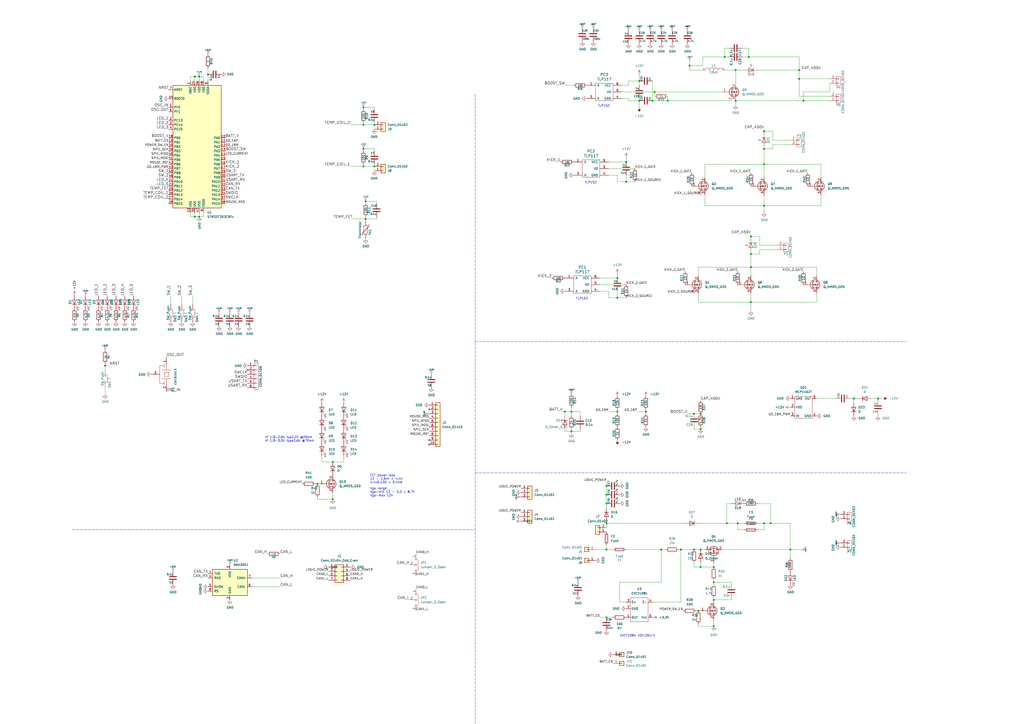
<source format=kicad_sch>
(kicad_sch (version 20231120) (generator "eeschema") (generator_version "8.0")
  (paper "A2")
  (junction (at 113.03 125.73))
  (junction (at 363.22 93.98))
  (junction (at 405.13 354.33))
  (junction (at 210.82 86.36))
  (junction (at 331.47 238.76))
  (junction (at 463.55 40.64))
  (junction (at 210.82 62.23))
  (junction (at 443.23 95.25))
  (junction (at 212.09 127))
  (junction (at 351.79 292.1))
  (junction (at 447.04 303.53))
  (junction (at 331.47 250.19))
  (junction (at 358.14 172.72))
  (junction (at 427.99 303.53))
  (junction (at 217.17 72.39))
  (junction (at 358.14 238.76))
  (junction (at 466.09 58.42))
  (junction (at 193.04 267.97))
  (junction (at 434.34 33.02))
  (junction (at 351.79 287.02))
  (junction (at 414.02 347.98))
  (junction (at 402.59 240.03))
  (junction (at 351.79 318.77))
  (junction (at 414.02 328.93))
  (junction (at 378.46 58.42))
  (junction (at 113.03 44.45))
  (junction (at 406.4 248.92))
  (junction (at 351.79 358.14))
  (junction (at 421.64 303.53))
  (junction (at 370.84 46.99))
  (junction (at 426.72 40.64))
  (junction (at 115.57 125.73))
  (junction (at 402.59 318.77))
  (junction (at 210.82 72.39))
  (junction (at 414.02 363.22))
  (junction (at 435.61 147.32))
  (junction (at 184.15 280.67))
  (junction (at 406.4 318.77))
  (junction (at 458.47 318.77))
  (junction (at 379.73 53.34))
  (junction (at 443.23 76.2))
  (junction (at 115.57 44.45))
  (junction (at 212.09 116.84))
  (junction (at 443.23 119.38))
  (junction (at 374.65 238.76))
  (junction (at 414.02 337.82))
  (junction (at 351.79 303.53))
  (junction (at 443.23 303.53))
  (junction (at 495.3 231.14))
  (junction (at 406.4 240.03))
  (junction (at 327.66 238.76))
  (junction (at 383.54 318.77))
  (junction (at 420.37 33.02))
  (junction (at 358.14 161.29))
  (junction (at 217.17 96.52))
  (junction (at 426.72 58.42))
  (junction (at 363.22 105.41))
  (junction (at 351.79 281.94))
  (junction (at 394.97 318.77))
  (junction (at 60.96 212.09))
  (junction (at 435.61 175.26))
  (junction (at 406.4 328.93))
  (junction (at 509.27 231.14))
  (junction (at 463.55 45.72))
  (junction (at 210.82 96.52))
  (junction (at 120.65 43.18))
  (junction (at 400.05 38.1))
  (junction (at 387.35 58.42))
  (junction (at 370.84 58.42))
  (junction (at 435.61 137.16))
  (junction (at 443.23 86.36))
  (junction (at 193.04 289.56))
  (junction (at 435.61 154.94))
  (no_connect (at 248.92 255.27))
  (no_connect (at 143.51 214.63))
  (no_connect (at 248.92 257.81))
  (no_connect (at 248.92 237.49))
  (wire (pts (xy 402.59 240.03) (xy 406.4 240.03)))
  (wire (pts (xy 448.31 86.36) (xy 448.31 83.82)))
  (wire (pts (xy 363.22 105.41) (xy 363.22 101.6)))
  (wire (pts (xy 331.47 236.22) (xy 331.47 238.76)))
  (wire (pts (xy 210.82 72.39) (xy 217.17 72.39)))
  (wire (pts (xy 118.11 125.73) (xy 118.11 123.19)))
  (wire (pts (xy 364.49 49.53) (xy 364.49 46.99)))
  (wire (pts (xy 426.72 58.42) (xy 466.09 58.42)))
  (wire (pts (xy 113.03 123.19) (xy 113.03 125.73)))
  (wire (pts (xy 405.13 154.94) (xy 435.61 154.94)))
  (wire (pts (xy 358.14 101.6) (xy 358.14 105.41)))
  (wire (pts (xy 364.49 46.99) (xy 370.84 46.99)))
  (wire (pts (xy 435.61 175.26) (xy 435.61 180.34)))
  (wire (pts (xy 374.65 238.76) (xy 374.65 240.03)))
  (wire (pts (xy 378.46 46.99) (xy 378.46 58.42)))
  (wire (pts (xy 370.84 46.99) (xy 370.84 49.53)))
  (wire (pts (xy 398.78 240.03) (xy 402.59 240.03)))
  (wire (pts (xy 440.69 137.16) (xy 440.69 142.24)))
  (wire (pts (xy 481.33 55.88) (xy 463.55 55.88)))
  (wire (pts (xy 370.84 57.15) (xy 370.84 58.42)))
  (wire (pts (xy 400.05 35.56) (xy 400.05 38.1)))
  (wire (pts (xy 184.15 288.29) (xy 184.15 289.56)))
  (wire (pts (xy 110.49 125.73) (xy 113.03 125.73)))
  (wire (pts (xy 406.4 328.93) (xy 414.02 328.93)))
  (wire (pts (xy 439.42 303.53) (xy 443.23 303.53)))
  (wire (pts (xy 369.57 238.76) (xy 374.65 238.76)))
  (wire (pts (xy 426.72 58.42) (xy 426.72 60.96)))
  (wire (pts (xy 331.47 238.76) (xy 331.47 241.3)))
  (wire (pts (xy 408.94 102.87) (xy 408.94 95.25)))
  (wire (pts (xy 443.23 95.25) (xy 476.25 95.25)))
  (wire (pts (xy 370.84 58.42) (xy 370.84 62.23)))
  (wire (pts (xy 481.33 53.34) (xy 481.33 48.26)))
  (wire (pts (xy 358.14 105.41) (xy 363.22 105.41)))
  (wire (pts (xy 443.23 76.2) (xy 448.31 76.2)))
  (wire (pts (xy 463.55 40.64) (xy 464.82 40.64)))
  (wire (pts (xy 458.47 303.53) (xy 458.47 318.77)))
  (wire (pts (xy 387.35 55.88) (xy 387.35 58.42)))
  (wire (pts (xy 440.69 144.78) (xy 450.85 144.78)))
  (wire (pts (xy 407.67 33.02) (xy 420.37 33.02)))
  (wire (pts (xy 463.55 45.72) (xy 481.33 45.72)))
  (wire (pts (xy 115.57 44.45) (xy 113.03 44.45)))
  (wire (pts (xy 405.13 160.02) (xy 405.13 154.94)))
  (wire (pts (xy 364.49 57.15) (xy 360.68 57.15)))
  (wire (pts (xy 364.49 58.42) (xy 364.49 57.15)))
  (wire (pts (xy 60.96 224.79) (xy 60.96 228.6)))
  (wire (pts (xy 115.57 123.19) (xy 115.57 125.73)))
  (wire (pts (xy 218.44 116.84) (xy 218.44 118.11)))
  (wire (pts (xy 60.96 212.09) (xy 63.5 212.09)))
  (wire (pts (xy 113.03 44.45) (xy 113.03 46.99)))
  (wire (pts (xy 431.8 307.34) (xy 427.99 307.34)))
  (wire (pts (xy 212.09 127) (xy 218.44 127)))
  (wire (pts (xy 120.65 39.37) (xy 120.65 43.18)))
  (wire (pts (xy 378.46 349.25) (xy 394.97 349.25)))
  (wire (pts (xy 184.15 280.67) (xy 185.42 280.67)))
  (wire (pts (xy 358.14 238.76) (xy 358.14 240.03)))
  (wire (pts (xy 331.47 238.76) (xy 336.55 238.76)))
  (wire (pts (xy 402.59 247.65) (xy 402.59 248.92)))
  (polyline (pts (xy 275.59 198.12) (xy 525.78 198.12)) (stroke (width 0) (type dash)))
  (wire (pts (xy 448.31 83.82) (xy 458.47 83.82)))
  (wire (pts (xy 374.65 237.49) (xy 374.65 238.76)))
  (polyline (pts (xy 275.59 274.32) (xy 525.78 274.32)) (stroke (width 0) (type dash)))
  (wire (pts (xy 495.3 231.14) (xy 497.84 231.14)))
  (wire (pts (xy 387.35 58.42) (xy 424.18 58.42)))
  (wire (pts (xy 435.61 170.18) (xy 435.61 175.26)))
  (wire (pts (xy 351.79 287.02) (xy 351.79 292.1)))
  (wire (pts (xy 424.18 292.1) (xy 421.64 292.1)))
  (wire (pts (xy 422.91 27.94) (xy 420.37 27.94)))
  (wire (pts (xy 360.68 53.34) (xy 379.73 53.34)))
  (wire (pts (xy 400.05 38.1) (xy 407.67 38.1)))
  (wire (pts (xy 113.03 125.73) (xy 115.57 125.73)))
  (wire (pts (xy 360.68 49.53) (xy 364.49 49.53)))
  (wire (pts (xy 443.23 119.38) (xy 476.25 119.38)))
  (wire (pts (xy 336.55 238.76) (xy 336.55 241.3)))
  (wire (pts (xy 359.41 349.25) (xy 363.22 349.25)))
  (wire (pts (xy 347.98 358.14) (xy 351.79 358.14)))
  (wire (pts (xy 218.44 127) (xy 218.44 125.73)))
  (wire (pts (xy 424.18 347.98) (xy 414.02 347.98)))
  (wire (pts (xy 146.05 340.36) (xy 162.56 340.36)))
  (wire (pts (xy 402.59 318.77) (xy 406.4 318.77)))
  (wire (pts (xy 435.61 137.16) (xy 435.61 135.89)))
  (wire (pts (xy 439.42 307.34) (xy 443.23 307.34)))
  (wire (pts (xy 426.72 40.64) (xy 431.8 40.64)))
  (wire (pts (xy 405.13 363.22) (xy 414.02 363.22)))
  (wire (pts (xy 331.47 250.19) (xy 336.55 250.19)))
  (wire (pts (xy 351.79 279.4) (xy 351.79 281.94)))
  (wire (pts (xy 443.23 86.36) (xy 448.31 86.36)))
  (wire (pts (xy 420.37 40.64) (xy 426.72 40.64)))
  (wire (pts (xy 405.13 354.33) (xy 406.4 354.33)))
  (wire (pts (xy 447.04 303.53) (xy 458.47 303.53)))
  (wire (pts (xy 118.11 46.99) (xy 118.11 44.45)))
  (wire (pts (xy 378.46 58.42) (xy 387.35 58.42)))
  (wire (pts (xy 347.98 165.1) (xy 363.22 165.1)))
  (wire (pts (xy 383.54 337.82) (xy 359.41 337.82)))
  (wire (pts (xy 210.82 86.36) (xy 210.82 87.63)))
  (wire (pts (xy 383.54 318.77) (xy 386.08 318.77)))
  (wire (pts (xy 113.03 44.45) (xy 110.49 44.45)))
  (wire (pts (xy 476.25 95.25) (xy 476.25 102.87)))
  (wire (pts (xy 351.79 318.77) (xy 355.6 318.77)))
  (wire (pts (xy 435.61 154.94) (xy 435.61 160.02)))
  (polyline (pts (xy 275.59 54.61) (xy 275.59 424.18)) (stroke (width 0) (type dash)))
  (wire (pts (xy 363.22 105.41) (xy 368.3 105.41)))
  (wire (pts (xy 400.05 38.1) (xy 400.05 40.64)))
  (wire (pts (xy 210.82 86.36) (xy 217.17 86.36)))
  (wire (pts (xy 424.18 346.71) (xy 424.18 347.98)))
  (wire (pts (xy 419.1 318.77) (xy 458.47 318.77)))
  (wire (pts (xy 358.14 237.49) (xy 358.14 238.76)))
  (wire (pts (xy 210.82 62.23) (xy 217.17 62.23)))
  (wire (pts (xy 351.79 292.1) (xy 351.79 294.64)))
  (wire (pts (xy 414.02 346.71) (xy 414.02 347.98)))
  (wire (pts (xy 210.82 72.39) (xy 210.82 71.12)))
  (wire (pts (xy 414.02 328.93) (xy 414.02 326.39)))
  (wire (pts (xy 331.47 238.76) (xy 327.66 238.76)))
  (wire (pts (xy 115.57 44.45) (xy 115.57 46.99)))
  (wire (pts (xy 331.47 250.19) (xy 331.47 248.92)))
  (wire (pts (xy 347.98 161.29) (xy 358.14 161.29)))
  (wire (pts (xy 427.99 307.34) (xy 427.99 303.53)))
  (wire (pts (xy 353.06 97.79) (xy 368.3 97.79)))
  (wire (pts (xy 421.64 292.1) (xy 421.64 303.53)))
  (wire (pts (xy 115.57 125.73) (xy 118.11 125.73)))
  (wire (pts (xy 60.96 212.09) (xy 60.96 214.63)))
  (wire (pts (xy 473.71 175.26) (xy 473.71 170.18)))
  (wire (pts (xy 353.06 238.76) (xy 358.14 238.76)))
  (wire (pts (xy 414.02 347.98) (xy 414.02 349.25)))
  (wire (pts (xy 405.13 175.26) (xy 435.61 175.26)))
  (wire (pts (xy 212.09 127) (xy 212.09 125.73)))
  (wire (pts (xy 435.61 147.32) (xy 440.69 147.32)))
  (wire (pts (xy 351.79 316.23) (xy 351.79 318.77)))
  (wire (pts (xy 406.4 318.77) (xy 408.94 318.77)))
  (wire (pts (xy 217.17 62.23) (xy 217.17 63.5)))
  (wire (pts (xy 448.31 81.28) (xy 458.47 81.28)))
  (wire (pts (xy 435.61 175.26) (xy 473.71 175.26)))
  (wire (pts (xy 110.49 44.45) (xy 110.49 46.99)))
  (wire (pts (xy 473.71 154.94) (xy 473.71 160.02)))
  (wire (pts (xy 435.61 138.43) (xy 435.61 137.16)))
  (wire (pts (xy 476.25 119.38) (xy 476.25 113.03)))
  (wire (pts (xy 424.18 337.82) (xy 414.02 337.82)))
  (wire (pts (xy 443.23 86.36) (xy 443.23 95.25)))
  (wire (pts (xy 353.06 93.98) (xy 363.22 93.98)))
  (wire (pts (xy 210.82 96.52) (xy 210.82 95.25)))
  (wire (pts (xy 430.53 27.94) (xy 434.34 27.94)))
  (wire (pts (xy 217.17 96.52) (xy 217.17 95.25)))
  (wire (pts (xy 358.14 172.72) (xy 363.22 172.72)))
  (wire (pts (xy 379.73 53.34) (xy 379.73 55.88)))
  (wire (pts (xy 458.47 318.77) (xy 458.47 323.85)))
  (wire (pts (xy 443.23 113.03) (xy 443.23 119.38)))
  (wire (pts (xy 217.17 86.36) (xy 217.17 87.63)))
  (wire (pts (xy 427.99 303.53) (xy 431.8 303.53)))
  (wire (pts (xy 327.66 49.53) (xy 332.74 49.53)))
  (wire (pts (xy 331.47 251.46) (xy 331.47 250.19)))
  (wire (pts (xy 351.79 303.53) (xy 397.51 303.53)))
  (wire (pts (xy 509.27 231.14) (xy 511.81 231.14)))
  (wire (pts (xy 217.17 72.39) (xy 217.17 71.12)))
  (wire (pts (xy 443.23 307.34) (xy 443.23 303.53)))
  (wire (pts (xy 400.05 40.64) (xy 407.67 40.64)))
  (wire (pts (xy 406.4 326.39) (xy 406.4 328.93)))
  (wire (pts (xy 327.66 241.3) (xy 327.66 238.76)))
  (wire (pts (xy 481.33 53.34) (xy 466.09 53.34)))
  (wire (pts (xy 60.96 210.82) (xy 60.96 212.09)))
  (wire (pts (xy 327.66 248.92) (xy 327.66 250.19)))
  (wire (pts (xy 351.79 303.53) (xy 351.79 306.07)))
  (wire (pts (xy 210.82 72.39) (xy 203.2 72.39)))
  (wire (pts (xy 210.82 62.23) (xy 210.82 63.5)))
  (wire (pts (xy 430.53 33.02) (xy 434.34 33.02)))
  (wire (pts (xy 443.23 119.38) (xy 443.23 123.19)))
  (wire (pts (xy 370.84 43.18) (xy 370.84 46.99)))
  (wire (pts (xy 435.61 146.05) (xy 435.61 147.32)))
  (wire (pts (xy 212.09 116.84) (xy 218.44 116.84)))
  (wire (pts (xy 492.76 231.14) (xy 495.3 231.14)))
  (wire (pts (xy 443.23 95.25) (xy 443.23 102.87)))
  (wire (pts (xy 406.4 248.92) (xy 406.4 247.65)))
  (wire (pts (xy 435.61 154.94) (xy 473.71 154.94)))
  (wire (pts (xy 212.09 118.11) (xy 212.09 116.84)))
  (wire (pts (xy 420.37 27.94) (xy 420.37 33.02)))
  (wire (pts (xy 407.67 38.1) (xy 407.67 33.02)))
  (wire (pts (xy 435.61 137.16) (xy 440.69 137.16)))
  (wire (pts (xy 210.82 96.52) (xy 217.17 96.52)))
  (wire (pts (xy 358.14 172.72) (xy 353.06 172.72)))
  (wire (pts (xy 327.66 238.76) (xy 326.39 238.76)))
  (wire (pts (xy 443.23 77.47) (xy 443.23 76.2)))
  (wire (pts (xy 212.09 127) (xy 204.47 127)))
  (wire (pts (xy 358.14 168.91) (xy 358.14 172.72)))
  (wire (pts (xy 443.23 303.53) (xy 447.04 303.53)))
  (wire (pts (xy 463.55 55.88) (xy 463.55 45.72)))
  (wire (pts (xy 405.13 170.18) (xy 405.13 175.26)))
  (wire (pts (xy 463.55 33.02) (xy 463.55 40.64)))
  (wire (pts (xy 443.23 85.09) (xy 443.23 86.36)))
  (wire (pts (xy 351.79 302.26) (xy 351.79 303.53)))
  (wire (pts (xy 199.39 264.16) (xy 199.39 267.97)))
  (wire (pts (xy 440.69 147.32) (xy 440.69 144.78)))
  (wire (pts (xy 394.97 318.77) (xy 394.97 349.25)))
  (wire (pts (xy 408.94 113.03) (xy 408.94 119.38)))
  (wire (pts (xy 420.37 33.02) (xy 422.91 33.02)))
  (wire (pts (xy 353.06 101.6) (xy 358.14 101.6)))
  (wire (pts (xy 421.64 303.53) (xy 427.99 303.53)))
  (wire (pts (xy 424.18 339.09) (xy 424.18 337.82)))
  (wire (pts (xy 358.14 161.29) (xy 358.14 158.75)))
  (wire (pts (xy 466.09 58.42) (xy 481.33 58.42)))
  (wire (pts (xy 345.44 318.77) (xy 351.79 318.77)))
  (wire (pts (xy 184.15 289.56) (xy 193.04 289.56)))
  (wire (pts (xy 186.69 267.97) (xy 193.04 267.97)))
  (wire (pts (xy 353.06 172.72) (xy 353.06 168.91)))
  (wire (pts (xy 448.31 76.2) (xy 448.31 81.28)))
  (wire (pts (xy 434.34 33.02) (xy 463.55 33.02)))
  (wire (pts (xy 402.59 248.92) (xy 406.4 248.92)))
  (wire (pts (xy 402.59 326.39) (xy 402.59 328.93)))
  (wire (pts (xy 393.7 318.77) (xy 394.97 318.77)))
  (wire (pts (xy 509.27 231.14) (xy 509.27 232.41)))
  (wire (pts (xy 505.46 231.14) (xy 509.27 231.14)))
  (wire (pts (xy 463.55 40.64) (xy 463.55 45.72)))
  (wire (pts (xy 405.13 361.95) (xy 405.13 363.22)))
  (wire (pts (xy 212.09 128.27) (xy 212.09 127)))
  (wire (pts (xy 146.05 335.28) (xy 162.56 335.28)))
  (wire (pts (xy 383.54 318.77) (xy 383.54 337.82)))
  (wire (pts (xy 435.61 147.32) (xy 435.61 154.94)))
  (wire (pts (xy 426.72 40.64) (xy 426.72 48.26)))
  (wire (pts (xy 351.79 358.14) (xy 355.6 358.14)))
  (wire (pts (xy 439.42 40.64) (xy 463.55 40.64)))
  (wire (pts (xy 336.55 250.19) (xy 336.55 248.92)))
  (wire (pts (xy 193.04 289.56) (xy 193.04 285.75)))
  (wire (pts (xy 414.02 336.55) (xy 414.02 337.82)))
  (wire (pts (xy 111.76 171.45) (xy 111.76 176.53)))
  (wire (pts (xy 394.97 318.77) (xy 402.59 318.77)))
  (wire (pts (xy 351.79 281.94) (xy 351.79 287.02)))
  (wire (pts (xy 495.3 231.14) (xy 495.3 233.68)))
  (wire (pts (xy 447.04 292.1) (xy 447.04 303.53)))
  (wire (pts (xy 353.06 168.91) (xy 347.98 168.91)))
  (wire (pts (xy 473.71 231.14) (xy 485.14 231.14)))
  (wire (pts (xy 405.13 303.53) (xy 421.64 303.53)))
  (wire (pts (xy 120.65 43.18) (xy 120.65 46.99)))
  (wire (pts (xy 118.11 44.45) (xy 115.57 44.45)))
  (wire (pts (xy 364.49 58.42) (xy 370.84 58.42)))
  (wire (pts (xy 99.06 171.45) (xy 99.06 176.53)))
  (wire (pts (xy 327.66 250.19) (xy 331.47 250.19)))
  (wire (pts (xy 402.59 328.93) (xy 406.4 328.93)))
  (wire (pts (xy 439.42 292.1) (xy 447.04 292.1)))
  (wire (pts (xy 363.22 318.77) (xy 383.54 318.77)))
  (wire (pts (xy 458.47 318.77) (xy 464.82 318.77)))
  (wire (pts (xy 182.88 280.67) (xy 184.15 280.67)))
  (wire (pts (xy 403.86 354.33) (xy 405.13 354.33)))
  (wire (pts (xy 105.41 171.45) (xy 105.41 176.53)))
  (polyline (pts (xy 41.91 307.34) (xy 275.59 307.34)) (stroke (width 0) (type dash)))
  (wire (pts (xy 363.22 93.98) (xy 363.22 91.44)))
  (wire (pts (xy 359.41 337.82) (xy 359.41 349.25)))
  (wire (pts (xy 379.73 53.34) (xy 419.1 53.34)))
  (wire (pts (xy 110.49 123.19) (xy 110.49 125.73)))
  (wire (pts (xy 434.34 27.94) (xy 434.34 33.02)))
  (wire (pts (xy 193.04 267.97) (xy 199.39 267.97)))
  (wire (pts (xy 210.82 96.52) (xy 203.2 96.52)))
  (wire (pts (xy 408.94 119.38) (xy 443.23 119.38)))
  (wire (pts (xy 440.69 142.24) (xy 450.85 142.24)))
  (wire (pts (xy 414.02 363.22) (xy 414.02 359.41)))
  (wire (pts (xy 408.94 95.25) (xy 443.23 95.25)))
  (wire (pts (xy 414.02 337.82) (xy 414.02 339.09)))
  (wire (pts (xy 443.23 76.2) (xy 443.23 74.93)))
  (wire (pts (xy 466.09 53.34) (xy 466.09 58.42)))
  (wire (pts (xy 186.69 264.16) (xy 186.69 267.97)))
  (wire (pts (xy 509.27 240.03) (xy 509.27 241.3)))
  (text "TLP152" (at 339.09 106.68 0) (effects (font (size 1.27 1.27)) (justify left bottom)))
  (text "FET power loss\n12 - 1.9x4 = 4.4V\n4.4x0.100 = 0.44W" (at 214.63 280.67 0) (effects (font (size 1.27 1.27)) (justify left bottom)))
  (text "ZXCT1084 40V,25V/V" (at 359.41 369.57 0) (effects (font (size 1.27 1.27)) (justify left bottom)))
  (text "Vgs range\nVgs-min 12 - 3.3 = 8.7V\nVgs-max 12V" (at 214.63 288.29 0) (effects (font (size 1.27 1.27)) (justify left bottom)))
  (text "TLP152" (at 346.71 62.23 0) (effects (font (size 1.27 1.27)) (justify left bottom)))
  (text "TLP152" (at 334.01 173.99 0) (effects (font (size 1.27 1.27)) (justify left bottom)))
  (text "Vf 1.9-2.6V typ2.2V @20mA\nVf 1.9-3.0V type2.6V @70mA" (at 153.67 256.54 0) (effects (font (size 1.27 1.27)) (justify left bottom)))
  (label "MOUSE_NSS" (at 130.81 118.11 0))
  (label "CAN_TX" (at 120.65 332.74 180) (effects (font (size 1.524 1.524))))
  (label "CAP_450V" (at 406.4 232.41 0) (effects (font (size 1.524 1.524))))
  (label "OSC_OUT" (at 96.52 207.01 0) (effects (font (size 1.524 1.524))))
  (label "LED_2" (at 97.79 72.39 180) (effects (font (size 1.524 1.524))))
  (label "CAN_RX" (at 120.65 335.28 180) (effects (font (size 1.524 1.524))))
  (label "KICK_1" (at 325.12 93.98 180) (effects (font (size 1.524 1.524))))
  (label "KICK_2_GATE" (at 427.99 157.48 180))
  (label "GD_16M_PWM" (at 458.47 241.3 180))
  (label "SW_3" (at 130.81 100.33 0) (effects (font (size 1.524 1.524))))
  (label "GD_16P" (at 369.57 238.76 180))
  (label "OSC_IN" (at 97.79 62.23 180) (effects (font (size 1.524 1.524))))
  (label "SPI1_MOSI" (at 97.79 92.71 180))
  (label "CAN0_L" (at 241.3 341.63 0))
  (label "GD_16M" (at 353.06 238.76 180))
  (label "USART_TX" (at 143.51 222.25 180) (effects (font (size 1.524 1.524))))
  (label "SW_2" (at 97.79 102.87 180) (effects (font (size 1.524 1.524))))
  (label "SW_2" (at 105.41 171.45 90) (effects (font (size 1.524 1.524))))
  (label "POWER_SW_EN" (at 396.24 354.33 180))
  (label "LED_CURRENT" (at 175.26 280.67 180))
  (label "LED_3" (at 97.79 74.93 180) (effects (font (size 1.524 1.524))))
  (label "CAN_L" (at 237.49 347.98 180) (effects (font (size 1.524 1.524))))
  (label "SPI1_MISO" (at 97.79 90.17 180))
  (label "KICK_1_GATE" (at 401.32 100.33 180))
  (label "CAN_L" (at 162.56 340.36 0) (effects (font (size 1.524 1.524))))
  (label "SW_3" (at 111.76 171.45 90) (effects (font (size 1.524 1.524))))
  (label "CAP_450V" (at 464.82 40.64 0) (effects (font (size 1.524 1.524))))
  (label "KICK_2_GATE" (at 466.09 157.48 180))
  (label "GD_16P" (at 130.81 82.55 0))
  (label "LED_CURRENT" (at 130.81 90.17 0))
  (label "BOOST_V" (at 398.78 240.03 180) (effects (font (size 1.524 1.524))))
  (label "LOGIC_POWER" (at 190.5 331.47 180))
  (label "CAN1_L" (at 241.3 354.33 0))
  (label "KICK_1_GATE" (at 468.63 100.33 180))
  (label "LED_1" (at 97.79 69.85 180) (effects (font (size 1.524 1.524))))
  (label "MOUSE_RST" (at 248.92 252.73 180))
  (label "TEMP_FET" (at 97.79 110.49 180) (effects (font (size 1.524 1.524))))
  (label "TEMP_FET" (at 204.47 127 180) (effects (font (size 1.524 1.524))))
  (label "BATT_V" (at 130.81 80.01 0) (effects (font (size 1.524 1.524))))
  (label "OSC_OUT" (at 97.79 64.77 180) (effects (font (size 1.524 1.524))))
  (label "LOGIC_POWER" (at 203.2 331.47 0))
  (label "TEMP_COIL_1" (at 97.79 113.03 180) (effects (font (size 1.524 1.524))))
  (label "BATT_CS" (at 355.6 384.81 180))
  (label "SWCLK" (at 143.51 217.17 180) (effects (font (size 1.524 1.524))))
  (label "LOGIC_POWER" (at 302.26 297.18 180))
  (label "SWCLK" (at 130.81 115.57 0) (effects (font (size 1.524 1.524))))
  (label "KICK_1" (at 130.81 95.25 0) (effects (font (size 1.524 1.524))))
  (label "MOUSE_NSS" (at 248.92 242.57 180))
  (label "LED_2" (at 62.23 171.45 90) (effects (font (size 1.524 1.524))))
  (label "CAN_TX" (at 130.81 110.49 0) (effects (font (size 1.524 1.524))))
  (label "CAN0_H" (at 203.2 334.01 0))
  (label "LED_3" (at 67.31 171.45 90) (effects (font (size 1.524 1.524))))
  (label "CAN_H" (at 154.94 321.31 180) (effects (font (size 1.524 1.524))))
  (label "KICK_2_SOURCE" (at 363.22 172.72 0))
  (label "GD_16M" (at 130.81 85.09 0))
  (label "BATT_V" (at 326.39 238.76 180) (effects (font (size 1.524 1.524))))
  (label "TEMP_COIL_2" (at 203.2 72.39 180) (effects (font (size 1.524 1.524))))
  (label "KICK_1_SOURCE" (at 368.3 105.41 0))
  (label "LED_5" (at 77.47 171.45 90) (effects (font (size 1.524 1.524))))
  (label "KICK_1_GATE" (at 435.61 100.33 180))
  (label "LED_1" (at 57.15 171.45 90) (effects (font (size 1.524 1.524))))
  (label "LOGIC_POWER" (at 351.79 279.4 180))
  (label "SWDIO" (at 143.51 219.71 180) (effects (font (size 1.524 1.524))))
  (label "LED_5" (at 97.79 107.95 180) (effects (font (size 1.524 1.524))))
  (label "OSC_IN" (at 96.52 227.33 0) (effects (font (size 1.524 1.524))))
  (label "BATT_CS" (at 97.79 82.55 180))
  (label "SPI1_MISO" (at 248.92 245.11 180))
  (label "CAN_RX" (at 130.81 107.95 0) (effects (font (size 1.524 1.524))))
  (label "BOOST_SW" (at 130.81 87.63 0) (effects (font (size 1.524 1.524))))
  (label "USART_RX" (at 130.81 105.41 0) (effects (font (size 1.524 1.524))))
  (label "SWDIO" (at 130.81 113.03 0) (effects (font (size 1.524 1.524))))
  (label "SPI1_SCK" (at 97.79 87.63 180))
  (label "KICK_1_SOURCE" (at 406.4 113.03 180))
  (label "CAN_H" (at 162.56 335.28 0) (effects (font (size 1.524 1.524))))
  (label "KICK_1_GATE" (at 368.3 97.79 0))
  (label "SPI1_MOSI" (at 248.92 247.65 180))
  (label "BOOST_V" (at 97.79 80.01 180) (effects (font (size 1.524 1.524))))
  (label "SW_1" (at 97.79 100.33 180) (effects (font (size 1.524 1.524))))
  (label "KICK_2" (at 320.04 161.29 180) (effects (font (size 1.524 1.524))))
  (label "GD_16M_PWM" (at 97.79 97.79 180))
  (label "LED_4" (at 72.39 171.45 90) (effects (font (size 1.524 1.524))))
  (label "CAN1_H" (at 203.2 336.55 0))
  (label "BOOST_SW" (at 327.66 49.53 180) (effects (font (size 1.524 1.524))))
  (label "NRST" (at 97.79 52.07 180) (effects (font (size 1.524 1.524))))
  (label "TEMP_COIL_2" (at 97.79 115.57 180) (effects (font (size 1.524 1.524))))
  (label "MOUSE_RST" (at 97.79 95.25 180))
  (label "KICK_2_GATE" (at 363.22 165.1 0))
  (label "LED_4" (at 97.79 105.41 180) (effects (font (size 1.524 1.524))))
  (label "CAN_L" (at 162.56 321.31 0) (effects (font (size 1.524 1.524))))
  (label "POWER_SW_EN" (at 97.79 85.09 180))
  (label "CAP_450V" (at 435.61 135.89 180) (effects (font (size 1.524 1.524))))
  (label "CAN0_L" (at 190.5 334.01 180))
  (label "LOGIC_POWER" (at 302.26 283.21 180))
  (label "CAN_H" (at 237.49 327.66 180) (effects (font (size 1.524 1.524))))
  (label "USART_TX" (at 130.81 102.87 0) (effects (font (size 1.524 1.524))))
  (label "CAN0_H" (at 241.3 321.31 0))
  (label "NRST" (at 63.5 212.09 0) (effects (font (size 1.524 1.524))))
  (label "SPI1_SCK" (at 248.92 250.19 180))
  (label "KICK_2_SOURCE" (at 402.59 170.18 180))
  (label "CAN1_L" (at 190.5 336.55 180))
  (label "KICK_2" (at 130.81 97.79 0) (effects (font (size 1.524 1.524))))
  (label "BATT_CS" (at 347.98 358.14 180))
  (label "SW_1" (at 99.06 171.45 90) (effects (font (size 1.524 1.524))))
  (label "TEMP_COIL_1" (at 203.2 96.52 180) (effects (font (size 1.524 1.524))))
  (label "CAP_450V" (at 443.23 74.93 180) (effects (font (size 1.524 1.524))))
  (label "KICK_2_GATE" (at 397.51 157.48 180))
  (label "USART_RX" (at 143.51 224.79 180) (effects (font (size 1.524 1.524))))
  (label "CAN1_H" (at 241.3 334.01 0))
  (symbol (lib_id "SSL_BST_ver1.3-rescue:R") (at 60.96 207.01 0) (unit 1)
    (property "Reference" "R1" (at 62.992 207.01 90) (effects (font (size 1.016 1.016))))
    (property "Value" "1k" (at 61.1378 206.9846 90) (effects (font (size 1.016 1.016))))
    (property "Footprint" "Resistor_SMD:R_0603_1608Metric" (effects (hide yes)))
  )
  (symbol (lib_id "SSL_BST_ver1.3-rescue:LED") (at 49.53 175.26 90) (unit 1)
    (property "Reference" "D2" (at 46.99 175.26 0))
    (property "Value" "LED" (at 52.07 175.26 0))
    (property "Footprint" "LED_SMD:LED_0603_1608Metric" (effects (hide yes)))
  )
  (symbol (lib_id "SSL_BST_ver1.3-rescue:R") (at 49.53 182.88 0) (unit 1)
    (property "Reference" "R3" (at 51.562 182.88 90) (effects (font (size 1.016 1.016))))
    (property "Value" "4.7k" (at 49.7078 182.8546 90) (effects (font (size 1.016 1.016))))
    (property "Footprint" "Resistor_SMD:R_0603_1608Metric" (effects (hide yes)))
  )
  (symbol (lib_id "SSL_BST_ver1.3-rescue:LED") (at 57.15 175.26 90) (unit 1)
    (property "Reference" "D3" (at 54.61 175.26 0))
    (property "Value" "LED" (at 59.69 175.26 0))
    (property "Footprint" "LED_SMD:LED_0603_1608Metric" (effects (hide yes)))
  )
  (symbol (lib_id "SSL_BST_ver1.3-rescue:R") (at 57.15 182.88 0) (unit 1)
    (property "Reference" "R4" (at 59.182 182.88 90) (effects (font (size 1.016 1.016))))
    (property "Value" "4.7k" (at 57.3278 182.8546 90) (effects (font (size 1.016 1.016))))
    (property "Footprint" "Resistor_SMD:R_0603_1608Metric" (effects (hide yes)))
  )
  (symbol (lib_id "SSL_BST_ver1.3-rescue:CONN_01X06") (at 148.59 218.44 0) (unit 1)
    (property "Reference" "P1" (at 148.59 209.55 0))
    (property "Value" "CONN_01X06" (at 151.13 218.44 90))
    (property "Footprint" "user:ZH_B6B-ZR" (effects (hide yes)))
  )
  (symbol (lib_id "SSL_BST_ver1.3-rescue:R") (at 158.75 321.31 270) (unit 1)
    (property "Reference" "R8" (at 158.75 323.342 90) (effects (font (size 1.016 1.016))))
    (property "Value" "120" (at 158.7754 321.4878 90) (effects (font (size 1.016 1.016))))
    (property "Footprint" "Resistor_SMD:R_0603_1608Metric" (effects (hide yes)))
  )
  (symbol (lib_id "SSL_BST_ver1.3-rescue:+3.3V") (at 60.96 203.2 0) (unit 1)
    (property "Reference" "#PWR06" (effects (hide yes)))
    (property "Value" "+3.3V" (at 60.96 200.406 0) (effects (font (size 0.762 0.762))))
  )
  (symbol (lib_id "SSL_BST_ver1.3-rescue:+3.3V") (at 49.53 171.45 0) (unit 1)
    (property "Reference" "#PWR09" (effects (hide yes)))
    (property "Value" "+3.3V" (at 49.53 168.656 0) (effects (font (size 0.762 0.762))))
  )
  (symbol (lib_id "SSL_BST_ver1.3-rescue:+3.3V") (at 144.78 181.61 0) (unit 1)
    (property "Reference" "#PWR035" (effects (hide yes)))
    (property "Value" "+3.3V" (at 144.78 178.816 0) (effects (font (size 0.762 0.762))))
  )
  (symbol (lib_id "SSL_BST_ver1.3-rescue:C") (at 144.78 185.42 180) (unit 1)
    (property "Reference" "C6" (at 144.78 187.96 0) (effects (font (size 1.016 1.016)) (justify left)))
    (property "Value" "0.1u" (at 144.6276 183.261 0) (effects (font (size 1.016 1.016)) (justify left)))
    (property "Footprint" "Capacitor_SMD:C_0603_1608Metric" (effects (hide yes)))
  )
  (symbol (lib_id "SSL_BST_ver1.3-rescue:+3.3V") (at 138.43 181.61 0) (unit 1)
    (property "Reference" "#PWR032" (effects (hide yes)))
    (property "Value" "+3.3V" (at 138.43 178.816 0) (effects (font (size 0.762 0.762))))
  )
  (symbol (lib_id "SSL_BST_ver1.3-rescue:C") (at 138.43 185.42 180) (unit 1)
    (property "Reference" "C5" (at 138.43 187.96 0) (effects (font (size 1.016 1.016)) (justify left)))
    (property "Value" "0.1u" (at 138.2776 183.261 0) (effects (font (size 1.016 1.016)) (justify left)))
    (property "Footprint" "Capacitor_SMD:C_0603_1608Metric" (effects (hide yes)))
  )
  (symbol (lib_id "SSL_BST_ver1.3-rescue:+3.3V") (at 133.35 181.61 0) (unit 1)
    (property "Reference" "#PWR030" (effects (hide yes)))
    (property "Value" "+3.3V" (at 133.35 178.816 0) (effects (font (size 0.762 0.762))))
  )
  (symbol (lib_id "SSL_BST_ver1.3-rescue:C") (at 133.35 185.42 180) (unit 1)
    (property "Reference" "C4" (at 133.35 187.96 0) (effects (font (size 1.016 1.016)) (justify left)))
    (property "Value" "0.1u" (at 133.1976 183.261 0) (effects (font (size 1.016 1.016)) (justify left)))
    (property "Footprint" "Capacitor_SMD:C_0603_1608Metric" (effects (hide yes)))
  )
  (symbol (lib_id "SSL_BST_ver1.3-rescue:C") (at 127 185.42 180) (unit 1)
    (property "Reference" "C3" (at 127 187.96 0) (effects (font (size 1.016 1.016)) (justify left)))
    (property "Value" "0.1u" (at 126.8476 183.261 0) (effects (font (size 1.016 1.016)) (justify left)))
    (property "Footprint" "Capacitor_SMD:C_0603_1608Metric" (effects (hide yes)))
  )
  (symbol (lib_id "SSL_BST_ver1.3-rescue:+3.3V") (at 302.26 288.29 90) (unit 1)
    (property "Reference" "#PWR056" (effects (hide yes)))
    (property "Value" "+3.3V" (at 299.466 288.29 0) (effects (font (size 0.762 0.762))))
  )
  (symbol (lib_id "SSL_BST_ver1.3-rescue:SW_Push") (at 60.96 219.71 270) (unit 1)
    (property "Reference" "SW1" (at 63.5 220.98 0) (effects (justify left)))
    (property "Value" "SW_Push" (at 59.436 219.71 0))
    (property "Footprint" "Button_Switch_SMD:SW_Push_SPST_NO_Alps_SKRK" (effects (hide yes)))
  )
  (symbol (lib_id "SSL_BST_ver1.3-rescue:INDUCTOR") (at 414.02 40.64 0) (unit 1)
    (property "Reference" "L1" (at 414.02 38.1 0))
    (property "Value" "10uH" (at 414.02 41.91 0))
    (property "Footprint" "Inductor_SMD:L_Bourns_SRP1770TA_16.9x16.9mm" (effects (hide yes)))
  )
  (symbol (lib_id "SSL_BST_ver1.3-rescue:D") (at 435.61 40.64 180) (unit 1)
    (property "Reference" "D19" (at 435.61 43.18 0))
    (property "Value" "D" (at 435.61 38.1 0))
    (property "Footprint" "user:TO-252-2-RD" (effects (hide yes)))
  )
  (symbol (lib_id "SSL_BST_ver1.3-rescue:SW_Push") (at 99.06 181.61 270) (unit 1)
    (property "Reference" "SW2" (at 101.6 182.88 0) (effects (justify left)))
    (property "Value" "SW_Push" (at 97.536 181.61 0))
    (property "Footprint" "Button_Switch_SMD:SW_Push_SPST_NO_Alps_SKRK" (effects (hide yes)))
  )
  (symbol (lib_id "SSL_BST_ver1.3-rescue:C") (at 402.59 243.84 180) (unit 1)
    (property "Reference" "C29" (at 401.955 246.38 0) (effects (justify left)))
    (property "Value" "0.1u" (at 401.955 241.3 0) (effects (justify left)))
    (property "Footprint" "Capacitor_SMD:C_0603_1608Metric" (effects (hide yes)))
  )
  (symbol (lib_id "SSL_BST_ver1.3-rescue:R") (at 331.47 245.11 0) (unit 1)
    (property "Reference" "R15" (at 333.502 245.11 90))
    (property "Value" "1k" (at 331.47 245.11 90))
    (property "Footprint" "Resistor_SMD:R_0603_1608Metric" (effects (hide yes)))
  )
  (symbol (lib_id "SSL_BST_ver1.3-rescue:R") (at 331.47 232.41 0) (unit 1)
    (property "Reference" "R14" (at 333.502 232.41 90))
    (property "Value" "10k" (at 331.47 232.41 90))
    (property "Footprint" "Resistor_SMD:R_0603_1608Metric" (effects (hide yes)))
  )
  (symbol (lib_id "SSL_BST_ver1.3-rescue:ceralock") (at 96.52 217.17 270) (unit 1)
    (property "Reference" "X1" (at 100.33 226.06 0) (effects (font (size 1.524 1.524))))
    (property "Value" "ceralock" (at 101.6 218.44 0) (effects (font (size 1.524 1.524))))
    (property "Footprint" "Crystal:Resonator_SMD_Murata_CSTxExxV-3Pin_3.0x1.1mm" (effects (hide yes)))
  )
  (symbol (lib_id "SSL_BST_ver1.3-rescue:LED") (at 62.23 175.26 90) (unit 1)
    (property "Reference" "D4" (at 59.69 175.26 0))
    (property "Value" "LED" (at 64.77 175.26 0))
    (property "Footprint" "LED_SMD:LED_0603_1608Metric" (effects (hide yes)))
  )
  (symbol (lib_id "SSL_BST_ver1.3-rescue:R") (at 62.23 182.88 0) (unit 1)
    (property "Reference" "R5" (at 64.262 182.88 90) (effects (font (size 1.016 1.016))))
    (property "Value" "4.7k" (at 62.4078 182.8546 90) (effects (font (size 1.016 1.016))))
    (property "Footprint" "Resistor_SMD:R_0603_1608Metric" (effects (hide yes)))
  )
  (symbol (lib_id "SSL_BST_ver1.3-rescue:SW_Push") (at 105.41 181.61 270) (unit 1)
    (property "Reference" "SW3" (at 107.95 182.88 0) (effects (justify left)))
    (property "Value" "SW_Push" (at 103.886 181.61 0))
    (property "Footprint" "Button_Switch_SMD:SW_Push_SPST_NO_Alps_SKRK" (effects (hide yes)))
  )
  (symbol (lib_id "SSL_BST_ver1.3-rescue:R") (at 406.4 236.22 0) (unit 1)
    (property "Reference" "R37" (at 408.432 236.22 90))
    (property "Value" "1M" (at 406.4 236.22 90))
    (property "Footprint" "Resistor_SMD:R_1206_3216Metric" (effects (hide yes)))
  )
  (symbol (lib_id "SSL_BST_ver1.3-rescue:R") (at 406.4 243.84 0) (unit 1)
    (property "Reference" "R38" (at 408.432 243.84 90))
    (property "Value" "4.7k" (at 406.4 243.84 90))
    (property "Footprint" "Resistor_SMD:R_0603_1608Metric" (effects (hide yes)))
  )
  (symbol (lib_id "SSL_BST_ver1.3-rescue:R") (at 336.55 49.53 270) (unit 1)
    (property "Reference" "R16" (at 336.55 51.562 90) (effects (font (size 1.016 1.016))))
    (property "Value" "100" (at 336.5754 49.7078 90) (effects (font (size 1.016 1.016))))
    (property "Footprint" "Resistor_SMD:R_0603_1608Metric" (effects (hide yes)))
  )
  (symbol (lib_id "SSL_BST_ver1.3-rescue:+BATT") (at 331.47 228.6 0) (unit 1)
    (property "Reference" "#PWR060" (effects (hide yes)))
    (property "Value" "+BATT" (at 331.47 226.06 0) (effects (font (size 0.762 0.762))))
  )
  (symbol (lib_id "SSL_BST_ver1.3-rescue:R") (at 210.82 67.31 0) (mirror x) (unit 1)
    (property "Reference" "R10" (at 212.852 67.31 90))
    (property "Value" "10k" (at 210.82 67.31 90))
    (property "Footprint" "Resistor_SMD:R_0603_1608Metric" (effects (hide yes)))
  )
  (symbol (lib_id "SSL_BST_ver1.3-rescue:Thermistor") (at 212.09 133.35 0) (mirror x) (unit 1)
    (property "Reference" "TH1" (at 214.63 134.62 90))
    (property "Value" "Thermistor" (at 209.55 133.35 90) (effects (justify bottom)))
    (property "Footprint" "Resistor_SMD:R_0603_1608Metric" (effects (hide yes)))
  )
  (symbol (lib_id "SSL_BST_ver1.3-rescue:R") (at 212.09 121.92 0) (mirror x) (unit 1)
    (property "Reference" "R11" (at 214.122 121.92 90))
    (property "Value" "10k" (at 212.09 121.92 90))
    (property "Footprint" "Resistor_SMD:R_0603_1608Metric" (effects (hide yes)))
  )
  (symbol (lib_id "SSL_BST_ver1.3-rescue:+3.3V") (at 212.09 116.84 0) (unit 1)
    (property "Reference" "#PWR051" (effects (hide yes)))
    (property "Value" "+3.3V" (at 212.09 114.046 0) (effects (font (size 0.762 0.762))))
  )
  (symbol (lib_id "SSL_BST_ver1.3-rescue:CONN_01X02") (at 486.41 46.99 0) (mirror x) (unit 1)
    (property "Reference" "P4" (at 486.41 50.8 0))
    (property "Value" "CONN_01X02" (at 488.95 46.99 90))
    (property "Footprint" "user:Hirose_DF63M-2P-3.96DSA_1x02_P3.96mm_Vertical_pinless" (effects (hide yes)))
  )
  (symbol (lib_id "SSL_BST_ver1.3-rescue:CONN_01X02") (at 463.55 82.55 0) (unit 1)
    (property "Reference" "P3" (at 463.55 78.74 0))
    (property "Value" "CONN_01X02" (at 466.09 82.55 90))
    (property "Footprint" "user:Hirose_DF63M-2P-3.96DSA_1x02_P3.96mm_Vertical_pinless" (effects (hide yes)))
  )
  (symbol (lib_id "SSL_BST_ver1.3-rescue:D") (at 443.23 81.28 270) (unit 1)
    (property "Reference" "D21" (at 445.77 81.28 0))
    (property "Value" "D" (at 440.69 81.28 0))
    (property "Footprint" "user:TO-252-2-RD" (effects (hide yes)))
  )
  (symbol (lib_id "SSL_BST_ver1.3-rescue:R") (at 368.3 101.6 180) (unit 1)
    (property "Reference" "R22" (at 366.268 101.6 90))
    (property "Value" "1k" (at 368.3 101.6 90))
    (property "Footprint" "Resistor_SMD:R_0603_1608Metric" (effects (hide yes)))
  )
  (symbol (lib_id "SSL_BST_ver1.3_rev2-rescue:TLP117-user") (at 342.9 97.79 0) (unit 1)
    (property "Reference" "PC2" (at 342.9 87.7062 0) (effects (font (size 1.524 1.524))))
    (property "Value" "TLP117" (at 342.9 90.3986 0) (effects (font (size 1.524 1.524))))
    (property "Footprint" "Package_SO:SSO-6_6.8x4.6mm_P1.27mm_Clearance8mm" (effects (hide yes)))
  )
  (symbol (lib_id "SSL_BST_ver1.3-rescue:R") (at 401.32 104.14 0) (mirror y) (unit 1)
    (property "Reference" "R29" (at 399.288 104.14 90))
    (property "Value" "10" (at 401.32 104.14 90))
    (property "Footprint" "Resistor_SMD:R_0603_1608Metric" (effects (hide yes)))
  )
  (symbol (lib_id "SSL_BST_ver1.3-rescue:CONN_01X02") (at 486.41 57.15 0) (mirror x) (unit 1)
    (property "Reference" "P5" (at 486.41 60.96 0))
    (property "Value" "CONN_01X02" (at 488.95 59.69 90))
    (property "Footprint" "user:Hirose_DF63M-2P-3.96DSA_1x02_P3.96mm_Vertical_pinless" (effects (hide yes)))
  )
  (symbol (lib_id "SSL_BST_ver1.3_rev2-rescue:GND-power") (at 332.74 101.6 270) (unit 1)
    (property "Reference" "#PWR062" (effects (hide yes)))
    (property "Value" "GND" (at 328.3458 101.727 0))
  )
  (symbol (lib_id "SSL_BST_ver1.3-rescue:R") (at 328.93 93.98 270) (unit 1)
    (property "Reference" "R13" (at 328.93 96.012 90) (effects (font (size 1.016 1.016))))
    (property "Value" "100" (at 328.9554 94.1578 90) (effects (font (size 1.016 1.016))))
    (property "Footprint" "Resistor_SMD:R_0603_1608Metric" (effects (hide yes)))
  )
  (symbol (lib_id "SSL_BST_ver1.3-rescue:C") (at 218.44 121.92 0) (mirror y) (unit 1)
    (property "Reference" "C10" (at 218.44 119.38 0) (effects (font (size 1.016 1.016)) (justify left)))
    (property "Value" "0.1u" (at 218.2876 124.079 0) (effects (font (size 1.016 1.016)) (justify left)))
    (property "Footprint" "Capacitor_SMD:C_0603_1608Metric" (effects (hide yes)))
  )
  (symbol (lib_id "SSL_BST_ver1.3-rescue:C") (at 217.17 67.31 0) (mirror y) (unit 1)
    (property "Reference" "C9" (at 217.17 64.77 0) (effects (font (size 1.016 1.016)) (justify left)))
    (property "Value" "0.1u" (at 217.0176 69.469 0) (effects (font (size 1.016 1.016)) (justify left)))
    (property "Footprint" "Capacitor_SMD:C_0603_1608Metric" (effects (hide yes)))
  )
  (symbol (lib_id "SSL_BST_ver1.3-rescue:+3.3V") (at 133.35 327.66 0) (unit 1)
    (property "Reference" "#PWR025" (effects (hide yes)))
    (property "Value" "+3.3V" (at 133.35 324.866 0) (effects (font (size 0.762 0.762))))
  )
  (symbol (lib_id "SSL_BST_ver1.3-rescue:LED") (at 43.18 175.26 90) (unit 1)
    (property "Reference" "D1" (at 40.64 175.26 0))
    (property "Value" "LED" (at 45.72 175.26 0))
    (property "Footprint" "LED_SMD:LED_0603_1608Metric" (effects (hide yes)))
  )
  (symbol (lib_id "SSL_BST_ver1.3-rescue:R") (at 43.18 182.88 0) (unit 1)
    (property "Reference" "R2" (at 45.212 182.88 90) (effects (font (size 1.016 1.016))))
    (property "Value" "47k" (at 43.3578 182.8546 90) (effects (font (size 1.016 1.016))))
    (property "Footprint" "Resistor_SMD:R_0603_1608Metric" (effects (hide yes)))
  )
  (symbol (lib_id "SSL_BST_ver1.3_rev2-rescue:GND-power") (at 43.18 186.69 0) (unit 1)
    (property "Reference" "#PWR08" (effects (hide yes)))
    (property "Value" "GND" (at 43.307 191.0842 0))
  )
  (symbol (lib_id "SSL_BST_ver1.3_rev2-rescue:GND-power") (at 217.17 74.93 0) (mirror y) (unit 1)
    (property "Reference" "#PWR048" (effects (hide yes)))
    (property "Value" "GND" (at 217.043 79.3242 0))
  )
  (symbol (lib_id "SSL_BST_ver1.3_rev2-rescue:GND-power") (at 212.09 138.43 0) (unit 1)
    (property "Reference" "#PWR052" (effects (hide yes)))
    (property "Value" "GND" (at 212.217 142.8242 0))
  )
  (symbol (lib_id "SSL_BST_ver1.3_rev2-rescue:GND-power") (at 143.51 212.09 270) (unit 1)
    (property "Reference" "#PWR034" (effects (hide yes)))
    (property "Value" "GND" (at 140.2588 212.217 90) (effects (justify right)))
  )
  (symbol (lib_id "SSL_BST_ver1.3_rev2-rescue:GND-power") (at 60.96 228.6 0) (unit 1)
    (property "Reference" "#PWR07" (effects (hide yes)))
    (property "Value" "GND" (at 61.087 232.9942 0))
  )
  (symbol (lib_id "SSL_BST_ver1.3_rev2-rescue:GND-power") (at 87.63 217.17 270) (unit 1)
    (property "Reference" "#PWR014" (effects (hide yes)))
    (property "Value" "GND" (at 84.3788 217.297 90) (effects (justify right)))
  )
  (symbol (lib_id "SSL_BST_ver1.3_rev2-rescue:GND-power") (at 133.35 189.23 0) (unit 1)
    (property "Reference" "#PWR031" (effects (hide yes)))
    (property "Value" "GND" (at 133.477 193.6242 0))
  )
  (symbol (lib_id "SSL_BST_ver1.3_rev2-rescue:GND-power") (at 138.43 189.23 0) (unit 1)
    (property "Reference" "#PWR033" (effects (hide yes)))
    (property "Value" "GND" (at 138.557 193.6242 0))
  )
  (symbol (lib_id "SSL_BST_ver1.3_rev2-rescue:GND-power") (at 144.78 189.23 0) (unit 1)
    (property "Reference" "#PWR036" (effects (hide yes)))
    (property "Value" "GND" (at 144.907 193.6242 0))
  )
  (symbol (lib_id "SSL_BST_ver1.3_rev2-rescue:GND-power") (at 302.26 285.75 270) (unit 1)
    (property "Reference" "#PWR055" (effects (hide yes)))
    (property "Value" "GND" (at 297.8658 285.877 0))
  )
  (symbol (lib_id "SSL_BST_ver1.3_rev2-rescue:GND-power") (at 49.53 186.69 0) (unit 1)
    (property "Reference" "#PWR010" (effects (hide yes)))
    (property "Value" "GND" (at 49.657 191.0842 0))
  )
  (symbol (lib_id "SSL_BST_ver1.3_rev2-rescue:GND-power") (at 57.15 186.69 0) (unit 1)
    (property "Reference" "#PWR011" (effects (hide yes)))
    (property "Value" "GND" (at 57.277 191.0842 0))
  )
  (symbol (lib_id "SSL_BST_ver1.3_rev2-rescue:GND-power") (at 62.23 186.69 0) (unit 1)
    (property "Reference" "#PWR012" (effects (hide yes)))
    (property "Value" "GND" (at 62.357 191.0842 0))
  )
  (symbol (lib_id "SSL_BST_ver1.3_rev2-rescue:GND-power") (at 99.06 186.69 0) (unit 1)
    (property "Reference" "#PWR020" (effects (hide yes)))
    (property "Value" "GND" (at 99.187 191.0842 0))
  )
  (symbol (lib_id "SSL_BST_ver1.3_rev2-rescue:GND-power") (at 105.41 186.69 0) (unit 1)
    (property "Reference" "#PWR022" (effects (hide yes)))
    (property "Value" "GND" (at 105.537 191.0842 0))
  )
  (symbol (lib_id "SSL_BST_ver1.3_rev2-rescue:GND-power") (at 127 189.23 0) (unit 1)
    (property "Reference" "#PWR028" (effects (hide yes)))
    (property "Value" "GND" (at 127.127 193.6242 0))
  )
  (symbol (lib_id "SSL_BST_ver1.3_rev2-rescue:GND-power") (at 426.72 60.96 0) (unit 1)
    (property "Reference" "#PWR094" (effects (hide yes)))
    (property "Value" "GND" (at 426.847 65.3542 0))
  )
  (symbol (lib_id "SSL_BST_ver1.3_rev2-rescue:GND-power") (at 331.47 251.46 0) (unit 1)
    (property "Reference" "#PWR061" (effects (hide yes)))
    (property "Value" "GND" (at 331.597 255.8542 0))
  )
  (symbol (lib_id "Device:C") (at 336.55 245.11 180) (unit 1)
    (property "Reference" "C12" (at 339.471 243.9416 0) (effects (justify right)))
    (property "Value" "0.1u" (at 339.471 246.253 0) (effects (justify right)))
    (property "Footprint" "Capacitor_SMD:C_0603_1608Metric" (effects (hide yes)))
  )
  (symbol (lib_id "SSL_BST_ver1.3_rev2-rescue:GND-power") (at 133.35 347.98 0) (unit 1)
    (property "Reference" "#PWR026" (effects (hide yes)))
    (property "Value" "GND" (at 133.477 352.3742 0))
  )
  (symbol (lib_id "Device:D_Zener") (at 327.66 245.11 270) (unit 1)
    (property "Reference" "D15" (at 322.58 243.84 90) (effects (justify left)))
    (property "Value" "D_Zener_3.3V" (at 316.23 247.65 90) (effects (justify left)))
    (property "Footprint" "Diode_SMD:D_SOD-323_HandSoldering" (effects (hide yes)))
  )
  (symbol (lib_id "SSL_BST_ver1.3-rescue:C") (at 337.82 20.32 0) (unit 1)
    (property "Reference" "C20" (at 337.82 17.78 0) (effects (font (size 1.016 1.016)) (justify left)))
    (property "Value" "150u" (at 337.9724 22.479 0) (effects (font (size 1.016 1.016)) (justify left)))
    (property "Footprint" "Capacitor_THT:CP_Radial_D8.0mm_P3.50mm" (effects (hide yes)))
  )
  (symbol (lib_id "SSL_BST_ver1.3_rev2-rescue:GND-power") (at 377.19 25.4 0) (unit 1)
    (property "Reference" "#PWR085" (effects (hide yes)))
    (property "Value" "GND" (at 377.317 29.7942 0))
  )
  (symbol (lib_id "SSL_BST_ver1.3_rev2-rescue:GND-power") (at 327.66 168.91 270) (unit 1)
    (property "Reference" "#PWR059" (effects (hide yes)))
    (property "Value" "GND" (at 323.2658 169.037 0))
  )
  (symbol (lib_id "SSL_BST_ver1.3-rescue:+3.3V") (at 248.92 240.03 90) (unit 1)
    (property "Reference" "#PWR054" (effects (hide yes)))
    (property "Value" "+3.3V" (at 246.126 240.03 0) (effects (font (size 0.762 0.762))))
  )
  (symbol (lib_id "Device:Fuse") (at 351.79 312.42 0) (unit 1)
    (property "Reference" "F2" (at 354.33 311.1499 0) (effects (justify left)))
    (property "Value" "Fuse" (at 354.33 313.6899 0) (effects (justify left)))
    (property "Footprint" "Capacitor_THT:C_Disc_D8.0mm_W2.5mm_P5.00mm" (effects (hide yes)))
  )
  (symbol (lib_id "Device:LED") (at 199.39 260.35 90) (unit 1)
    (property "Reference" "D14" (at 203.2 260.6674 90) (effects (justify right)))
    (property "Value" "LED" (at 203.2 263.2074 90) (effects (justify right)))
    (property "Footprint" "LED_THT:LED_D3.0mm" (effects (hide yes)))
  )
  (symbol (lib_id "Device:Q_NMOS_GSD") (at 190.5 280.67 0) (unit 1)
    (property "Reference" "Q10" (at 196.85 279.3999 0) (effects (justify left)))
    (property "Value" "Q_NMOS_GSD" (at 196.85 281.9399 0) (effects (justify left)))
    (property "Footprint" "Package_TO_SOT_SMD:SOT-23" (effects (hide yes)))
  )
  (symbol (lib_id "SSL_BST_ver1.3-rescue:C") (at 355.6 287.02 90) (unit 1)
    (property "Reference" "C16" (at 353.06 287.02 0) (effects (font (size 1.016 1.016)) (justify left)))
    (property "Value" "4.7u" (at 357.759 286.8676 0) (effects (font (size 1.016 1.016)) (justify left)))
    (property "Footprint" "Capacitor_SMD:C_1206_3216Metric" (effects (hide yes)))
  )
  (symbol (lib_id "SSL_BST_ver1.3_rev2-rescue:GND-power") (at 359.41 281.94 90) (unit 1)
    (property "Reference" "#PWR0120" (effects (hide yes)))
    (property "Value" "GND" (at 363.8042 281.813 0))
  )
  (symbol (lib_id "power:+12V") (at 374.65 229.87 0) (unit 1)
    (property "Reference" "#PWR081" (effects (hide yes)))
    (property "Value" "+12V" (at 377.19 228.5999 0) (effects (justify left)))
  )
  (symbol (lib_id "Device:R") (at 414.02 342.9 180) (unit 1)
    (property "Reference" "R43" (at 408.94 341.63 0) (effects (justify right)))
    (property "Value" "4.7k" (at 408.94 344.17 0) (effects (justify right)))
    (property "Footprint" "Resistor_SMD:R_0603_1608Metric" (effects (hide yes)))
  )
  (symbol (lib_id "SSL_BST_ver1.3_rev2-rescue:GND-power") (at 345.44 325.12 90) (unit 1)
    (property "Reference" "#PWR066" (effects (hide yes)))
    (property "Value" "GND" (at 349.8342 324.993 0))
  )
  (symbol (lib_id "SSL_BST_ver1.3_rev2-rescue:GND-power") (at 115.57 125.73 0) (unit 1)
    (property "Reference" "#PWR03" (effects (hide yes)))
    (property "Value" "GND" (at 115.697 128.9812 90) (effects (justify right)))
  )
  (symbol (lib_id "SSL_BST_ver1.3_rev2-rescue:GND-power") (at 111.76 186.69 0) (unit 1)
    (property "Reference" "#PWR0121" (effects (hide yes)))
    (property "Value" "GND" (at 111.887 191.0842 0))
  )
  (symbol (lib_id "Device:D") (at 401.32 303.53 180) (unit 1)
    (property "Reference" "D27" (at 401.32 297.18 0))
    (property "Value" "D" (at 401.32 299.72 0))
    (property "Footprint" "Diode_SMD:D_SMA" (effects (hide yes)))
  )
  (symbol (lib_id "SSL_BST_ver1.3-rescue:SW_Push") (at 111.76 181.61 270) (unit 1)
    (property "Reference" "SW4" (at 114.3 182.88 0) (effects (justify left)))
    (property "Value" "SW_Push" (at 110.236 181.61 0))
    (property "Footprint" "Button_Switch_SMD:SW_Push_SPST_NO_Alps_SKRK" (effects (hide yes)))
  )
  (symbol (lib_id "Device:D") (at 501.65 231.14 0) (unit 1)
    (property "Reference" "D24" (at 501.65 224.79 0))
    (property "Value" "D" (at 501.65 227.33 0))
    (property "Footprint" "Diode_SMD:D_SOD-323_HandSoldering" (effects (hide yes)))
  )
  (symbol (lib_id "SSL_BST_ver1.3-rescue:R") (at 363.22 168.91 180) (unit 1)
    (property "Reference" "R21" (at 361.188 168.91 90))
    (property "Value" "1k" (at 363.22 168.91 90))
    (property "Footprint" "Resistor_SMD:R_0603_1608Metric" (effects (hide yes)))
  )
  (symbol (lib_id "Device:D") (at 351.79 298.45 270) (unit 1)
    (property "Reference" "D16" (at 354.33 297.1799 90) (effects (justify left)))
    (property "Value" "D" (at 354.33 299.7199 90) (effects (justify left)))
    (property "Footprint" "Diode_SMD:D_SMA" (effects (hide yes)))
  )
  (symbol (lib_id "Connector_Generic:Conn_01x01") (at 360.68 379.73 0) (unit 1)
    (property "Reference" "J10" (at 363.22 378.4599 0) (effects (justify left)))
    (property "Value" "Conn_01x01" (at 363.22 380.9999 0) (effects (justify left)))
    (property "Footprint" "user:WireSoldingPad" (effects (hide yes)))
  )
  (symbol (lib_id "SSL_BST_ver1.3-rescue:+3.3V") (at 115.57 44.45 0) (unit 1)
    (property "Reference" "#PWR02" (effects (hide yes)))
    (property "Value" "+3.3V" (at 115.57 41.656 0) (effects (font (size 0.762 0.762))))
  )
  (symbol (lib_id "Device:R") (at 389.89 318.77 90) (unit 1)
    (property "Reference" "R26" (at 389.89 312.42 90))
    (property "Value" "2m" (at 389.89 314.96 90))
    (property "Footprint" "Resistor_SMD:R_1020_2550Metric" (effects (hide yes)))
  )
  (symbol (lib_id "SSL_BST_ver1.3-rescue:R") (at 210.82 91.44 0) (mirror x) (unit 1)
    (property "Reference" "R9" (at 212.852 91.44 90))
    (property "Value" "10k" (at 210.82 91.44 90))
    (property "Footprint" "Resistor_SMD:R_0603_1608Metric" (effects (hide yes)))
  )
  (symbol (lib_id "Connector_Generic:Conn_02x04_Odd_Even") (at 195.58 331.47 0) (unit 1)
    (property "Reference" "J1" (at 196.85 322.58 0))
    (property "Value" "Conn_02x04_Odd_Even" (at 196.85 325.12 0))
    (property "Footprint" "Connector_Hirose:Hirose_DF11-8DP-2DSA_2x04_P2.00mm_Vertical" (effects (hide yes)))
  )
  (symbol (lib_id "SSL_BST_ver1.3_rev2-rescue:GND-power") (at 120.65 342.9 270) (unit 1)
    (property "Reference" "#PWR023" (effects (hide yes)))
    (property "Value" "GND" (at 116.2558 343.027 0))
  )
  (symbol (lib_name "Q_NMOS_GDS_1") (lib_id "Device:Q_NMOS_GDS") (at 424.18 53.34 0) (unit 1)
    (property "Reference" "Q5" (at 430.53 52.0699 0) (effects (justify left)))
    (property "Value" "Q_NMOS_GDS" (at 430.53 54.6099 0) (effects (justify left)))
    (property "Footprint" "user:TO-220F-3_Horizontal_TabDown_HV_INV_diff" (effects (hide yes)))
  )
  (symbol (lib_name "Q_NMOS_GDS_1") (lib_id "Device:Q_NMOS_GDS") (at 406.4 107.95 0) (unit 1)
    (property "Reference" "Q2" (at 412.75 106.6799 0) (effects (justify left)))
    (property "Value" "Q_NMOS_GDS" (at 412.75 109.2199 0) (effects (justify left)))
    (property "Footprint" "user:TO-252-2_diff" (effects (hide yes)))
  )
  (symbol (lib_id "User:MCP1402T") (at 466.09 236.22 0) (unit 1)
    (property "Reference" "GD1" (at 466.09 224.79 0))
    (property "Value" "MCP1402T" (at 466.09 227.33 0))
    (property "Footprint" "Package_TO_SOT_SMD:SOT-23-5" (effects (hide yes)))
  )
  (symbol (lib_id "Device:Q_NMOS_GDS") (at 471.17 165.1 0) (unit 1)
    (property "Reference" "Q8" (at 477.52 163.8299 0) (effects (justify left)))
    (property "Value" "Q_NMOS_GDS" (at 477.52 166.3699 0) (effects (justify left)))
    (property "Footprint" "Package_TO_SOT_SMD:TO-252-2" (effects (hide yes)))
  )
  (symbol (lib_id "Interface_UART:MAX3051") (at 133.35 337.82 0) (unit 1)
    (property "Reference" "U2" (at 135.3694 325.12 0) (effects (justify left)))
    (property "Value" "MAX3051" (at 135.3694 327.66 0) (effects (justify left)))
    (property "Footprint" "Package_SO:SO-8_3.9x4.9mm_P1.27mm" (effects (hide yes)))
    (property "Datasheet" "http://datasheets.maximintegrated.com/en/ds/MAX3051.pdf" (effects (hide yes)))
  )
  (symbol (lib_id "SSL_BST_ver1.3_rev2-rescue:GND-power") (at 302.26 299.72 270) (unit 1)
    (property "Reference" "#PWR057" (effects (hide yes)))
    (property "Value" "GND" (at 297.8658 299.847 0))
  )
  (symbol (lib_id "SSL_BST_ver1.3-rescue:R") (at 468.63 104.14 0) (mirror y) (unit 1)
    (property "Reference" "R40" (at 466.598 104.14 90))
    (property "Value" "10" (at 468.63 104.14 90))
    (property "Footprint" "Resistor_SMD:R_0603_1608Metric" (effects (hide yes)))
  )
  (symbol (lib_id "SSL_BST_ver1.3-rescue:R") (at 358.14 251.46 180) (unit 1)
    (property "Reference" "R20" (at 356.108 251.46 90))
    (property "Value" "1k" (at 358.14 251.46 90))
    (property "Footprint" "Resistor_SMD:R_0603_1608Metric" (effects (hide yes)))
  )
  (symbol (lib_id "power:GND") (at 351.79 365.76 0) (unit 1)
    (property "Reference" "#PWR024" (effects (hide yes)))
    (property "Value" "GND" (at 349.25 367.0301 0) (effects (justify right)))
  )
  (symbol (lib_id "SSL_BST_ver1.3-rescue:C") (at 100.33 335.28 180) (unit 1)
    (property "Reference" "C2" (at 100.33 337.82 0) (effects (font (size 1.016 1.016)) (justify left)))
    (property "Value" "0.1u" (at 100.1776 333.121 0) (effects (font (size 1.016 1.016)) (justify left)))
    (property "Footprint" "Capacitor_SMD:C_0603_1608Metric" (effects (hide yes)))
  )
  (symbol (lib_id "SSL_BST_ver1.3-rescue:LED") (at 427.99 292.1 180) (unit 1)
    (property "Reference" "D18" (at 427.99 294.64 0))
    (property "Value" "LED" (at 427.99 289.56 0))
    (property "Footprint" "LED_SMD:LED_0603_1608Metric" (effects (hide yes)))
  )
  (symbol (lib_id "SSL_BST_ver1.3_rev2-rescue:GND-power") (at 337.82 24.13 0) (unit 1)
    (property "Reference" "#PWR0116" (effects (hide yes)))
    (property "Value" "GND" (at 337.947 28.5242 0))
  )
  (symbol (lib_id "SSL_BST_ver1.3-rescue:+BATT") (at 364.49 17.78 0) (unit 1)
    (property "Reference" "#PWR017" (effects (hide yes)))
    (property "Value" "+BATT" (at 364.49 15.24 0) (effects (font (size 0.762 0.762))))
  )
  (symbol (lib_id "SSL_BST_ver1.3_rev2-rescue:GND-power") (at 389.89 25.4 0) (unit 1)
    (property "Reference" "#PWR089" (effects (hide yes)))
    (property "Value" "GND" (at 390.017 29.7942 0))
  )
  (symbol (lib_id "SSL_BST_ver1.3-rescue:C") (at 370.84 21.59 0) (unit 1)
    (property "Reference" "C18" (at 370.84 19.05 0) (effects (font (size 1.016 1.016)) (justify left)))
    (property "Value" "4.7u" (at 370.9924 23.749 0) (effects (font (size 1.016 1.016)) (justify left)))
    (property "Footprint" "Capacitor_SMD:C_1206_3216Metric" (effects (hide yes)))
  )
  (symbol (lib_id "SSL_BST_ver1.3-rescue:+BATT") (at 377.19 17.78 0) (unit 1)
    (property "Reference" "#PWR084" (effects (hide yes)))
    (property "Value" "+BATT" (at 377.19 15.24 0) (effects (font (size 0.762 0.762))))
  )
  (symbol (lib_id "power:+12V") (at 358.14 229.87 0) (unit 1)
    (property "Reference" "#PWR069" (effects (hide yes)))
    (property "Value" "+12V" (at 360.68 228.5999 0) (effects (justify left)))
  )
  (symbol (lib_id "SSL_BST_ver1.3-rescue:R") (at 427.99 161.29 180) (unit 1)
    (property "Reference" "R33" (at 425.958 161.29 90))
    (property "Value" "10" (at 427.99 161.29 90))
    (property "Footprint" "Resistor_SMD:R_0603_1608Metric" (effects (hide yes)))
  )
  (symbol (lib_id "SSL_BST_ver1.3-rescue:R") (at 466.09 161.29 180) (unit 1)
    (property "Reference" "R39" (at 464.058 161.29 90))
    (property "Value" "10" (at 466.09 161.29 90))
    (property "Footprint" "Resistor_SMD:R_0603_1608Metric" (effects (hide yes)))
  )
  (symbol (lib_id "SSL_BST_ver1.3-rescue:R") (at 374.65 243.84 180) (unit 1)
    (property "Reference" "R24" (at 372.618 243.84 90))
    (property "Value" "1k" (at 374.65 243.84 90))
    (property "Footprint" "Resistor_SMD:R_0603_1608Metric" (effects (hide yes)))
  )
  (symbol (lib_id "Connector_Generic:Conn_01x03") (at 307.34 285.75 0) (unit 1)
    (property "Reference" "J3" (at 309.88 284.4799 0) (effects (justify left)))
    (property "Value" "Conn_01x03" (at 309.88 287.0199 0) (effects (justify left)))
    (property "Footprint" "user:VX07805-500" (effects (hide yes)))
  )
  (symbol (lib_id "SSL_BST_ver1.3_rev2-rescue:GND-power") (at 128.27 43.18 90) (unit 1)
    (property "Reference" "#PWR05" (effects (hide yes)))
    (property "Value" "GND" (at 131.5212 43.053 90) (effects (justify right)))
  )
  (symbol (lib_id "SSL_BST_ver1.3-rescue:+BATT") (at 400.05 35.56 0) (unit 1)
    (property "Reference" "#PWR092" (effects (hide yes)))
    (property "Value" "+BATT" (at 400.05 33.02 0) (effects (font (size 0.762 0.762))))
  )
  (symbol (lib_id "SSL_BST_ver1.3-rescue:R") (at 358.14 233.68 180) (unit 1)
    (property "Reference" "R18" (at 356.108 233.68 90))
    (property "Value" "10k" (at 358.14 233.68 90))
    (property "Footprint" "Resistor_SMD:R_0603_1608Metric" (effects (hide yes)))
  )
  (symbol (lib_id "power:GND") (at 495.3 241.3 0) (unit 1)
    (property "Reference" "#PWR0101" (effects (hide yes)))
    (property "Value" "GND" (at 497.84 242.5699 0) (effects (justify left)))
  )
  (symbol (lib_id "Jumper:Jumper_3_Open") (at 241.3 347.98 270) (unit 1)
    (property "Reference" "JP2" (at 243.84 346.7099 90) (effects (justify left)))
    (property "Value" "Jumper_3_Open" (at 243.84 349.2499 90) (effects (justify left)))
    (property "Footprint" "Jumper:SolderJumper-3_P1.3mm_Open_RoundedPad1.0x1.5mm" (effects (hide yes)))
  )
  (symbol (lib_id "SSL_BST_ver1.3-rescue:+BATT") (at 337.82 16.51 0) (unit 1)
    (property "Reference" "#PWR0118" (effects (hide yes)))
    (property "Value" "+BATT" (at 337.82 13.97 0) (effects (font (size 0.762 0.762))))
  )
  (symbol (lib_id "SSL_BST_ver1.3-rescue:R") (at 435.61 292.1 90) (unit 1)
    (property "Reference" "R35" (at 435.61 290.068 90) (effects (font (size 1.016 1.016))))
    (property "Value" "100k" (at 435.5846 291.9222 90) (effects (font (size 1.016 1.016))))
    (property "Footprint" "Resistor_SMD:R_0603_1608Metric" (effects (hide yes)))
  )
  (symbol (lib_id "SSL_BST_ver1.3-rescue:C") (at 426.72 27.94 270) (unit 1)
    (property "Reference" "C27" (at 429.26 28.575 0) (effects (justify left)))
    (property "Value" "0.1u" (at 424.18 28.575 0) (effects (justify left)))
    (property "Footprint" "Capacitor_THT:C_Rect_L16.5mm_W5.0mm_P15.00mm_MKT" (effects (hide yes)))
  )
  (symbol (lib_id "Device:D_Zener") (at 406.4 322.58 270) (unit 1)
    (property "Reference" "D17" (at 408.94 321.3099 90) (effects (justify left)))
    (property "Value" "D_Zener" (at 408.94 323.8499 90) (effects (justify left)))
    (property "Footprint" "Diode_SMD:D_SOD-323_HandSoldering" (effects (hide yes)))
  )
  (symbol (lib_id "SSL_BST_ver1.3-rescue:C") (at 374.65 46.99 90) (unit 1)
    (property "Reference" "C21" (at 372.11 46.99 0) (effects (font (size 1.016 1.016)) (justify left)))
    (property "Value" "1u" (at 376.809 46.8376 0) (effects (font (size 1.016 1.016)) (justify left)))
    (property "Footprint" "Capacitor_SMD:C_0603_1608Metric" (effects (hide yes)))
  )
  (symbol (lib_id "power:+3.3V") (at 378.46 358.14 270) (unit 1)
    (property "Reference" "#PWR072" (effects (hide yes)))
    (property "Value" "+3.3V" (at 382.27 358.1399 90) (effects (justify left)))
  )
  (symbol (lib_id "SSL_BST_ver1.3_rev2-rescue:GND-power") (at 77.47 186.69 0) (unit 1)
    (property "Reference" "#PWR037" (effects (hide yes)))
    (property "Value" "GND" (at 77.597 191.0842 0))
  )
  (symbol (lib_id "Device:Q_NMOS_GDS") (at 440.69 107.95 0) (unit 1)
    (property "Reference" "Q7" (at 447.04 106.6799 0) (effects (justify left)))
    (property "Value" "Q_NMOS_GDS" (at 447.04 109.2199 0) (effects (justify left)))
    (property "Footprint" "Package_TO_SOT_SMD:TO-252-2" (effects (hide yes)))
  )
  (symbol (lib_id "power:GND") (at 340.36 57.15 270) (unit 1)
    (property "Reference" "#PWR065" (effects (hide yes)))
    (property "Value" "GND" (at 336.55 57.1499 90) (effects (justify right)))
  )
  (symbol (lib_id "Device:R") (at 184.15 284.48 180) (unit 1)
    (property "Reference" "R42" (at 180.34 283.21 0) (effects (justify right)))
    (property "Value" "1k" (at 180.34 285.75 0) (effects (justify right)))
    (property "Footprint" "Resistor_SMD:R_0603_1608Metric" (effects (hide yes)))
  )
  (symbol (lib_id "Device:Fuse") (at 435.61 307.34 90) (unit 1)
    (property "Reference" "F4" (at 435.61 300.99 90))
    (property "Value" "Fuse" (at 435.61 303.53 90))
    (property "Footprint" "Fuse:Fuse_1210_3225Metric" (effects (hide yes)))
  )
  (symbol (lib_id "power:GND") (at 355.6 379.73 270) (unit 1)
    (property "Reference" "#PWR038" (effects (hide yes)))
    (property "Value" "GND" (at 356.87 379.7299 90) (effects (justify left)))
  )
  (symbol (lib_id "SSL_BST_ver1.3-rescue:C") (at 374.65 58.42 90) (unit 1)
    (property "Reference" "C22" (at 372.11 58.42 0) (effects (font (size 1.016 1.016)) (justify left)))
    (property "Value" "1u" (at 376.809 58.2676 0) (effects (font (size 1.016 1.016)) (justify left)))
    (property "Footprint" "Capacitor_SMD:C_0603_1608Metric" (effects (hide yes)))
  )
  (symbol (lib_id "SSL_BST_ver1.3-rescue:C") (at 355.6 281.94 90) (unit 1)
    (property "Reference" "C17" (at 353.06 281.94 0) (effects (font (size 1.016 1.016)) (justify left)))
    (property "Value" "4.7u" (at 357.759 281.7876 0) (effects (font (size 1.016 1.016)) (justify left)))
    (property "Footprint" "Capacitor_SMD:C_1206_3216Metric" (effects (hide yes)))
  )
  (symbol (lib_id "SSL_BST_ver1.3-rescue:+3.3V") (at 100.33 331.47 0) (unit 1)
    (property "Reference" "#PWR015" (effects (hide yes)))
    (property "Value" "+3.3V" (at 100.33 328.676 0) (effects (font (size 0.762 0.762))))
  )
  (symbol (lib_id "power:-12V") (at 511.81 231.14 270) (unit 1)
    (property "Reference" "#PWR0104" (effects (hide yes)))
    (property "Value" "-12V" (at 515.62 231.1399 90) (effects (justify left)))
  )
  (symbol (lib_id "SSL_BST_ver1.3-rescue:LED") (at 67.31 175.26 90) (unit 1)
    (property "Reference" "D5" (at 64.77 175.26 0))
    (property "Value" "LED" (at 69.85 175.26 0))
    (property "Footprint" "LED_SMD:LED_0603_1608Metric" (effects (hide yes)))
  )
  (symbol (lib_id "SSL_BST_ver1.3-rescue:C") (at 424.18 342.9 180) (unit 1)
    (property "Reference" "C34" (at 423.545 345.44 0) (effects (justify left)))
    (property "Value" "0.1u" (at 423.545 340.36 0) (effects (justify left)))
    (property "Footprint" "Capacitor_SMD:C_0603_1608Metric" (effects (hide yes)))
  )
  (symbol (lib_id "Connector_Generic:Conn_01x02") (at 346.71 308.61 180) (unit 1)
    (property "Reference" "J7" (at 346.71 299.72 0))
    (property "Value" "Conn_01x02" (at 346.71 302.26 0))
    (property "Footprint" "Connector_JST:JST_PH_B2B-PH-K_1x02_P2.00mm_Vertical" (effects (hide yes)))
  )
  (symbol (lib_id "SSL_BST_ver1.3_rev2-rescue:GND-power") (at 250.19 224.79 0) (unit 1)
    (property "Reference" "#PWR047" (effects (hide yes)))
    (property "Value" "GND" (at 250.317 229.1842 0))
  )
  (symbol (lib_id "SSL_BST_ver1.3_rev2-rescue:GND-power") (at 487.68 317.5 270) (unit 1)
    (property "Reference" "#PWR0108" (effects (hide yes)))
    (property "Value" "GND" (at 483.2858 317.627 0))
  )
  (symbol (lib_id "power:+12V") (at 458.47 236.22 90) (unit 1)
    (property "Reference" "#PWR096" (effects (hide yes)))
    (property "Value" "+12V" (at 449.58 236.22 90) (effects (justify right)))
  )
  (symbol (lib_id "power:+12V") (at 302.26 302.26 90) (unit 1)
    (property "Reference" "#PWR058" (effects (hide yes)))
    (property "Value" "+12V" (at 303.53 302.2599 90) (effects (justify right)))
  )
  (symbol (lib_id "power:+12V") (at 358.14 158.75 0) (unit 1)
    (property "Reference" "#PWR068" (effects (hide yes)))
    (property "Value" "+12V" (at 358.14 153.67 0))
  )
  (symbol (lib_id "SSL_BST_ver1.3-rescue:R") (at 397.51 161.29 180) (unit 1)
    (property "Reference" "R27" (at 395.478 161.29 90))
    (property "Value" "10" (at 397.51 161.29 90))
    (property "Footprint" "Resistor_SMD:R_0603_1608Metric" (effects (hide yes)))
  )
  (symbol (lib_id "power:GND") (at 363.22 353.06 270) (unit 1)
    (property "Reference" "#PWR071" (effects (hide yes)))
    (property "Value" "GND" (at 359.41 353.0599 90) (effects (justify right)))
  )
  (symbol (lib_id "Device:R") (at 402.59 322.58 180) (unit 1)
    (property "Reference" "R30" (at 398.78 321.31 0) (effects (justify right)))
    (property "Value" "10k" (at 398.78 323.85 0) (effects (justify right)))
    (property "Footprint" "Resistor_SMD:R_0603_1608Metric" (effects (hide yes)))
  )
  (symbol (lib_id "power:GND") (at 190.5 328.93 270) (unit 1)
    (property "Reference" "#PWR042" (effects (hide yes)))
    (property "Value" "GND" (at 191.77 328.9299 90) (effects (justify left)))
  )
  (symbol (lib_id "power:-12V") (at 358.14 255.27 180) (unit 1)
    (property "Reference" "#PWR070" (effects (hide yes)))
    (property "Value" "-12V" (at 360.68 256.5399 0) (effects (justify right)))
  )
  (symbol (lib_id "SSL_BST_ver1.3_rev2-rescue:GND-power") (at 458.47 339.09 0) (unit 1)
    (property "Reference" "#PWR0100" (effects (hide yes)))
    (property "Value" "GND" (at 458.597 343.4842 0))
  )
  (symbol (lib_id "Device:LED") (at 186.69 245.11 90) (unit 1)
    (property "Reference" "D8" (at 190.5 245.4274 90) (effects (justify right)))
    (property "Value" "LED" (at 190.5 247.9674 90) (effects (justify right)))
    (property "Footprint" "LED_THT:LED_D3.0mm" (effects (hide yes)))
  )
  (symbol (lib_id "SSL_BST_ver1.3-rescue:+BATT") (at 389.89 17.78 0) (unit 1)
    (property "Reference" "#PWR088" (effects (hide yes)))
    (property "Value" "+BATT" (at 389.89 15.24 0) (effects (font (size 0.762 0.762))))
  )
  (symbol (lib_id "SSL_BST_ver1.3-rescue:C") (at 398.78 21.59 0) (unit 1)
    (property "Reference" "C26" (at 398.78 19.05 0) (effects (font (size 1.016 1.016)) (justify left)))
    (property "Value" "4.7u" (at 398.9324 23.749 0) (effects (font (size 1.016 1.016)) (justify left)))
    (property "Footprint" "Capacitor_SMD:C_1206_3216Metric" (effects (hide yes)))
  )
  (symbol (lib_id "SSL_BST_ver1.3-rescue:C") (at 370.84 53.34 180) (unit 1)
    (property "Reference" "C19" (at 370.84 55.88 0) (effects (font (size 1.016 1.016)) (justify left)))
    (property "Value" "1u" (at 370.6876 51.181 0) (effects (font (size 1.016 1.016)) (justify left)))
    (property "Footprint" "Capacitor_SMD:C_0603_1608Metric" (effects (hide yes)))
  )
  (symbol (lib_id "SSL_BST_ver1.3-rescue:C") (at 344.17 20.32 0) (unit 1)
    (property "Reference" "C33" (at 344.17 17.78 0) (effects (font (size 1.016 1.016)) (justify left)))
    (property "Value" "150u" (at 344.3224 22.479 0) (effects (font (size 1.016 1.016)) (justify left)))
    (property "Footprint" "Capacitor_THT:CP_Radial_D8.0mm_P3.50mm" (effects (hide yes)))
  )
  (symbol (lib_id "SSL_BST_ver1.3_rev2-rescue:GND-power") (at 97.79 57.15 270) (unit 1)
    (property "Reference" "#PWR01" (effects (hide yes)))
    (property "Value" "GND" (at 93.3958 57.277 0))
  )
  (symbol (lib_id "SSL_BST_ver1.3_rev2-rescue:GND-power") (at 120.65 340.36 270) (unit 1)
    (property "Reference" "#PWR021" (effects (hide yes)))
    (property "Value" "GND" (at 116.2558 340.487 0))
  )
  (symbol (lib_id "power:+12V") (at 363.22 91.44 0) (unit 1)
    (property "Reference" "#PWR076" (effects (hide yes)))
    (property "Value" "+12V" (at 363.22 86.36 0))
  )
  (symbol (lib_id "SSL_BST_ver1.3-rescue:R") (at 458.47 327.66 180) (unit 1)
    (property "Reference" "R36" (at 456.438 327.66 90) (effects (font (size 1.016 1.016))))
    (property "Value" "100k" (at 458.2922 327.6854 90) (effects (font (size 1.016 1.016))))
    (property "Footprint" "Resistor_SMD:R_0603_1608Metric" (effects (hide yes)))
  )
  (symbol (lib_id "SSL_BST_ver1.3-rescue:R") (at 374.65 233.68 180) (unit 1)
    (property "Reference" "R23" (at 372.618 233.68 90))
    (property "Value" "10k" (at 374.65 233.68 90))
    (property "Footprint" "Resistor_SMD:R_0603_1608Metric" (effects (hide yes)))
  )
  (symbol (lib_id "SSL_BST_ver1.3-rescue:C") (at 364.49 21.59 180) (unit 1)
    (property "Reference" "C32" (at 364.49 24.13 0) (effects (font (size 1.016 1.016)) (justify left)))
    (property "Value" "1u" (at 364.3376 19.431 0) (effects (font (size 1.016 1.016)) (justify left)))
    (property "Footprint" "Capacitor_SMD:C_0603_1608Metric" (effects (hide yes)))
  )
  (symbol (lib_id "SSL_BST_ver1.3_rev2-rescue:GND-power") (at 72.39 186.69 0) (unit 1)
    (property "Reference" "#PWR029" (effects (hide yes)))
    (property "Value" "GND" (at 72.517 191.0842 0))
  )
  (symbol (lib_id "Device:R") (at 400.05 354.33 270) (unit 1)
    (property "Reference" "R28" (at 400.05 347.98 90))
    (property "Value" "100" (at 400.05 350.52 90))
    (property "Footprint" "Resistor_SMD:R_0603_1608Metric" (effects (hide yes)))
  )
  (symbol (lib_id "SSL_BST_ver1.3-rescue:C") (at 355.6 292.1 90) (unit 1)
    (property "Reference" "C15" (at 353.06 292.1 0) (effects (font (size 1.016 1.016)) (justify left)))
    (property "Value" "4.7u" (at 357.759 291.9476 0) (effects (font (size 1.016 1.016)) (justify left)))
    (property "Footprint" "Capacitor_SMD:C_1206_3216Metric" (effects (hide yes)))
  )
  (symbol (lib_id "SSL_BST_ver1.3-rescue:+3.3V") (at 250.19 217.17 0) (unit 1)
    (property "Reference" "#PWR046" (effects (hide yes)))
    (property "Value" "+3.3V" (at 250.19 214.376 0) (effects (font (size 0.762 0.762))))
  )
  (symbol (lib_id "SSL_BST_ver1.3-rescue:R") (at 77.47 182.88 0) (unit 1)
    (property "Reference" "R44" (at 79.502 182.88 90) (effects (font (size 1.016 1.016))))
    (property "Value" "4.7k" (at 77.6478 182.8546 90) (effects (font (size 1.016 1.016))))
    (property "Footprint" "Resistor_SMD:R_0603_1608Metric" (effects (hide yes)))
  )
  (symbol (lib_id "SSL_BST_ver1.3-rescue:R") (at 120.65 35.56 0) (mirror x) (unit 1)
    (property "Reference" "R45" (at 122.682 35.56 90))
    (property "Value" "1" (at 120.65 35.56 90))
    (property "Footprint" "Resistor_SMD:R_0603_1608Metric" (effects (hide yes)))
  )
  (symbol (lib_id "Connector_Generic:Conn_01x01") (at 340.36 318.77 180) (unit 1)
    (property "Reference" "J5" (at 337.82 320.0401 0) (effects (justify left)))
    (property "Value" "Conn_01x01" (at 337.82 317.5001 0) (effects (justify left)))
    (property "Footprint" "TestPoint:TestPoint_Plated_Hole_D3.0mm" (effects (hide yes)))
  )
  (symbol (lib_id "SSL_BST_ver1.3-rescue:C") (at 509.27 236.22 180) (unit 1)
    (property "Reference" "C31" (at 509.27 238.76 0) (effects (font (size 1.016 1.016)) (justify left)))
    (property "Value" "1u" (at 509.1176 234.061 0) (effects (font (size 1.016 1.016)) (justify left)))
    (property "Footprint" "Capacitor_SMD:C_0603_1608Metric" (effects (hide yes)))
  )
  (symbol (lib_id "SSL_BST_ver1.3_rev2-rescue:GND-power") (at 398.78 25.4 0) (unit 1)
    (property "Reference" "#PWR091" (effects (hide yes)))
    (property "Value" "GND" (at 398.907 29.7942 0))
  )
  (symbol (lib_name "Q_NMOS_GDS_1") (lib_id "Device:Q_NMOS_GDS") (at 402.59 165.1 0) (unit 1)
    (property "Reference" "Q1" (at 408.94 163.8299 0) (effects (justify left)))
    (property "Value" "Q_NMOS_GDS" (at 408.94 166.3699 0) (effects (justify left)))
    (property "Footprint" "user:TO-252-2_diff" (effects (hide yes)))
  )
  (symbol (lib_id "SSL_BST_ver1.3-rescue:R") (at 358.14 243.84 180) (unit 1)
    (property "Reference" "R19" (at 356.108 243.84 90))
    (property "Value" "10k" (at 358.14 243.84 90))
    (property "Footprint" "Resistor_SMD:R_0603_1608Metric" (effects (hide yes)))
  )
  (symbol (lib_id "Device:Fuse") (at 435.61 303.53 90) (unit 1)
    (property "Reference" "F3" (at 435.61 297.18 90))
    (property "Value" "Fuse" (at 435.61 299.72 90))
    (property "Footprint" "Fuse:Fuse_1210_3225Metric" (effects (hide yes)))
  )
  (symbol (lib_id "SSL_BST_ver1.3-rescue:C") (at 383.54 21.59 0) (unit 1)
    (property "Reference" "C24" (at 383.54 19.05 0) (effects (font (size 1.016 1.016)) (justify left)))
    (property "Value" "4.7u" (at 383.6924 23.749 0) (effects (font (size 1.016 1.016)) (justify left)))
    (property "Footprint" "Capacitor_SMD:C_1206_3216Metric" (effects (hide yes)))
  )
  (symbol (lib_id "SSL_BST_ver1.3-rescue:R") (at 323.85 161.29 270) (unit 1)
    (property "Reference" "R12" (at 323.85 163.322 90) (effects (font (size 1.016 1.016))))
    (property "Value" "100" (at 323.8754 161.4678 90) (effects (font (size 1.016 1.016))))
    (property "Footprint" "Resistor_SMD:R_0603_1608Metric" (effects (hide yes)))
  )
  (symbol (lib_id "power:-12V") (at 370.84 62.23 180) (unit 1)
    (property "Reference" "#PWR080" (effects (hide yes)))
    (property "Value" "-12V" (at 370.84 67.31 0))
  )
  (symbol (lib_id "Device:LED") (at 186.69 252.73 90) (unit 1)
    (property "Reference" "D9" (at 190.5 253.0474 90) (effects (justify right)))
    (property "Value" "LED" (at 190.5 255.5874 90) (effects (justify right)))
    (property "Footprint" "LED_THT:LED_D3.0mm" (effects (hide yes)))
  )
  (symbol (lib_id "Connector_Generic:Conn_01x02") (at 222.25 74.93 0) (mirror x) (unit 1)
    (property "Reference" "J9" (at 224.79 74.9301 0) (effects (justify left)))
    (property "Value" "Conn_01x02" (at 224.79 72.3901 0) (effects (justify left)))
    (property "Footprint" "Connector_PinHeader_2.00mm:PinHeader_2x01_P2.00mm_Vertical_SMD" (effects (hide yes)))
  )
  (symbol (lib_id "SSL_BST_ver1.3-rescue:C") (at 217.17 91.44 0) (mirror y) (unit 1)
    (property "Reference" "C7" (at 217.17 88.9 0) (effects (font (size 1.016 1.016)) (justify left)))
    (property "Value" "0.1u" (at 217.0176 93.599 0) (effects (font (size 1.016 1.016)) (justify left)))
    (property "Footprint" "Capacitor_SMD:C_0603_1608Metric" (effects (hide yes)))
  )
  (symbol (lib_id "SSL_BST_ver1.3-rescue:C") (at 488.95 231.14 90) (unit 1)
    (property "Reference" "C30" (at 486.41 231.14 0) (effects (font (size 1.016 1.016)) (justify left)))
    (property "Value" "1u" (at 491.109 230.9876 0) (effects (font (size 1.016 1.016)) (justify left)))
    (property "Footprint" "Capacitor_SMD:C_0603_1608Metric" (effects (hide yes)))
  )
  (symbol (lib_id "SSL_BST_ver1.3-rescue:C") (at 389.89 21.59 0) (unit 1)
    (property "Reference" "C25" (at 389.89 19.05 0) (effects (font (size 1.016 1.016)) (justify left)))
    (property "Value" "4.7u" (at 390.0424 23.749 0) (effects (font (size 1.016 1.016)) (justify left)))
    (property "Footprint" "Capacitor_SMD:C_1206_3216Metric" (effects (hide yes)))
  )
  (symbol (lib_id "power:GND") (at 203.2 328.93 90) (unit 1)
    (property "Reference" "#PWR044" (effects (hide yes)))
    (property "Value" "GND" (at 207.01 328.9299 90) (effects (justify right)))
  )
  (symbol (lib_id "Device:LED") (at 199.39 245.11 90) (unit 1)
    (property "Reference" "D12" (at 203.2 245.4274 90) (effects (justify right)))
    (property "Value" "LED" (at 203.2 247.9674 90) (effects (justify right)))
    (property "Footprint" "LED_THT:LED_D3.0mm" (effects (hide yes)))
  )
  (symbol (lib_id "SSL_BST_ver1.3-rescue:C") (at 377.19 21.59 0) (unit 1)
    (property "Reference" "C23" (at 377.19 19.05 0) (effects (font (size 1.016 1.016)) (justify left)))
    (property "Value" "4.7u" (at 377.3424 23.749 0) (effects (font (size 1.016 1.016)) (justify left)))
    (property "Footprint" "Capacitor_SMD:C_1206_3216Metric" (effects (hide yes)))
  )
  (symbol (lib_id "SSL_BST_ver1.3-rescue:+3.3V") (at 210.82 86.36 0) (unit 1)
    (property "Reference" "#PWR0114" (effects (hide yes)))
    (property "Value" "+3.3V" (at 210.82 83.566 0) (effects (font (size 0.762 0.762))))
  )
  (symbol (lib_id "SSL_BST_ver1.3_rev2-rescue:GND-power") (at 443.23 123.19 0) (unit 1)
    (property "Reference" "#PWR098" (effects (hide yes)))
    (property "Value" "GND" (at 443.357 127.5842 0))
  )
  (symbol (lib_id "SSL_BST_ver1.3_rev2-rescue:GND-power") (at 100.33 339.09 0) (unit 1)
    (property "Reference" "#PWR016" (effects (hide yes)))
    (property "Value" "GND" (at 100.457 343.4842 0))
  )
  (symbol (lib_id "SSL_BST_ver1.3-rescue:+3.3V") (at 335.28 337.82 0) (unit 1)
    (property "Reference" "#PWR063" (effects (hide yes)))
    (property "Value" "+3.3V" (at 335.28 335.026 0) (effects (font (size 0.762 0.762))))
  )
  (symbol (lib_id "SSL_BST_ver1.3-rescue:+BATT") (at 487.68 314.96 90) (unit 1)
    (property "Reference" "#PWR0107" (effects (hide yes)))
    (property "Value" "+BATT" (at 485.14 314.96 0) (effects (font (size 0.762 0.762))))
  )
  (symbol (lib_id "SSL_BST_ver1.3_rev2-rescue:GND-power") (at 487.68 300.99 270) (unit 1)
    (property "Reference" "#PWR0106" (effects (hide yes)))
    (property "Value" "GND" (at 483.2858 301.117 0))
  )
  (symbol (lib_id "Connector_Generic:Conn_01x10") (at 254 245.11 0) (unit 1)
    (property "Reference" "J2" (at 256.54 245.1099 0) (effects (justify left)))
    (property "Value" "Conn_01x10" (at 256.54 247.6499 0) (effects (justify left)))
    (property "Footprint" "Connector_PinSocket_2.54mm:PinSocket_1x10_P2.54mm_Vertical" (effects (hide yes)))
  )
  (symbol (lib_id "power:+12V") (at 370.84 43.18 0) (unit 1)
    (property "Reference" "#PWR079" (effects (hide yes)))
    (property "Value" "+12V" (at 370.84 38.1 0))
  )
  (symbol (lib_id "Device:R") (at 405.13 358.14 180) (unit 1)
    (property "Reference" "R31" (at 401.32 356.87 0) (effects (justify right)))
    (property "Value" "1k" (at 401.32 359.41 0) (effects (justify right)))
    (property "Footprint" "Resistor_SMD:R_0603_1608Metric" (effects (hide yes)))
  )
  (symbol (lib_id "SSL_BST_ver1.3-rescue:+3.3V") (at 210.82 62.23 0) (unit 1)
    (property "Reference" "#PWR0119" (effects (hide yes)))
    (property "Value" "+3.3V" (at 210.82 59.436 0) (effects (font (size 0.762 0.762))))
  )
  (symbol (lib_id "SSL_BST_ver1.3_rev2-rescue:GND-power") (at 435.61 180.34 0) (unit 1)
    (property "Reference" "#PWR097" (effects (hide yes)))
    (property "Value" "GND" (at 435.737 184.7342 0))
  )
  (symbol (lib_id "SSL_BST_ver1.3-rescue:R") (at 67.31 182.88 0) (unit 1)
    (property "Reference" "R6" (at 69.342 182.88 90) (effects (font (size 1.016 1.016))))
    (property "Value" "4.7k" (at 67.4878 182.8546 90) (effects (font (size 1.016 1.016))))
    (property "Footprint" "Resistor_SMD:R_0603_1608Metric" (effects (hide yes)))
  )
  (symbol (lib_id "SSL_BST_ver1.3-rescue:C") (at 426.72 33.02 270) (unit 1)
    (property "Reference" "C28" (at 429.26 33.655 0) (effects (justify left)))
    (property "Value" "0.1u" (at 424.18 33.655 0) (effects (justify left)))
    (property "Footprint" "Capacitor_THT:C_Rect_L16.5mm_W5.0mm_P15.00mm_MKT" (effects (hide yes)))
  )
  (symbol (lib_id "SSL_BST_ver1.3-rescue:R") (at 435.61 104.14 0) (mirror y) (unit 1)
    (property "Reference" "R34" (at 433.578 104.14 90))
    (property "Value" "10" (at 435.61 104.14 90))
    (property "Footprint" "Resistor_SMD:R_0603_1608Metric" (effects (hide yes)))
  )
  (symbol (lib_id "SSL_BST_ver1.3_rev2-rescue:GND-power") (at 383.54 25.4 0) (unit 1)
    (property "Reference" "#PWR087" (effects (hide yes)))
    (property "Value" "GND" (at 383.667 29.7942 0))
  )
  (symbol (lib_id "Connector_Generic:Conn_01x01") (at 340.36 325.12 180) (unit 1)
    (property "Reference" "J6" (at 337.82 326.3901 0) (effects (justify left)))
    (property "Value" "Conn_01x01" (at 337.82 323.8501 0) (effects (justify left)))
    (property "Footprint" "TestPoint:TestPoint_Plated_Hole_D3.0mm" (effects (hide yes)))
  )
  (symbol (lib_id "SSL_BST_ver1.3_rev2-rescue:GND-power") (at 67.31 186.69 0) (unit 1)
    (property "Reference" "#PWR013" (effects (hide yes)))
    (property "Value" "GND" (at 67.437 191.0842 0))
  )
  (symbol (lib_id "Device:Q_PMOS_GDS") (at 414.02 321.31 270) (mirror x) (unit 1)
    (property "Reference" "Q4" (at 414.02 311.15 90))
    (property "Value" "Q_PMOS_GDS" (at 414.02 313.69 90))
    (property "Footprint" "Package_TO_SOT_SMD:TO-252-2" (effects (hide yes)))
  )
  (symbol (lib_id "SSL_BST_ver1.3-rescue:LED") (at 77.47 175.26 90) (unit 1)
    (property "Reference" "D26" (at 74.93 175.26 0))
    (property "Value" "LED" (at 80.01 175.26 0))
    (property "Footprint" "LED_SMD:LED_0603_1608Metric" (effects (hide yes)))
  )
  (symbol (lib_id "SSL_BST_ver1.3_rev2-rescue:GND-power") (at 217.17 99.06 0) (mirror y) (unit 1)
    (property "Reference" "#PWR0113" (effects (hide yes)))
    (property "Value" "GND" (at 217.043 103.4542 0))
  )
  (symbol (lib_id "SSL_BST_ver1.3-rescue:C") (at 335.28 341.63 180) (unit 1)
    (property "Reference" "C11" (at 335.28 344.17 0) (effects (font (size 1.016 1.016)) (justify left)))
    (property "Value" "0.1u" (at 335.1276 339.471 0) (effects (font (size 1.016 1.016)) (justify left)))
    (property "Footprint" "Capacitor_SMD:C_0603_1608Metric" (effects (hide yes)))
  )
  (symbol (lib_id "power:+12V") (at 186.69 233.68 0) (unit 1)
    (property "Reference" "#PWR041" (effects (hide yes)))
    (property "Value" "+12V" (at 186.69 228.6 0))
  )
  (symbol (lib_id "SSL_BST_ver1.3-rescue:+3.3V") (at 127 181.61 0) (unit 1)
    (property "Reference" "#PWR027" (effects (hide yes)))
    (property "Value" "+3.3V" (at 127 178.816 0) (effects (font (size 0.762 0.762))))
  )
  (symbol (lib_id "Connector_Generic:Conn_01x01") (at 360.68 384.81 0) (unit 1)
    (property "Reference" "J11" (at 363.22 383.5399 0) (effects (justify left)))
    (property "Value" "Conn_01x01" (at 363.22 386.0799 0) (effects (justify left)))
    (property "Footprint" "user:WireSoldingPad" (effects (hide yes)))
  )
  (symbol (lib_id "SSL_BST_ver1.3_rev2-rescue:TLP117-user") (at 337.82 165.1 0) (unit 1)
    (property "Reference" "PC1" (at 337.82 155.0162 0) (effects (font (size 1.524 1.524))))
    (property "Value" "TLP117" (at 337.82 157.7086 0) (effects (font (size 1.524 1.524))))
    (property "Footprint" "Package_SO:SSO-6_6.8x4.6mm_P1.27mm_Clearance8mm" (effects (hide yes)))
  )
  (symbol (lib_id "Device:R") (at 359.41 358.14 90) (unit 1)
    (property "Reference" "R7" (at 359.41 364.49 90))
    (property "Value" "100" (at 359.41 361.95 90))
    (property "Footprint" "Resistor_SMD:R_0603_1608Metric" (effects (hide yes)))
  )
  (symbol (lib_id "SSL_BST_ver1.3-rescue:+BATT") (at 487.68 298.45 90) (unit 1)
    (property "Reference" "#PWR0105" (effects (hide yes)))
    (property "Value" "+BATT" (at 485.14 298.45 0) (effects (font (size 0.762 0.762))))
  )
  (symbol (lib_id "power:GND") (at 248.92 234.95 270) (unit 1)
    (property "Reference" "#PWR053" (effects (hide yes)))
    (property "Value" "GND" (at 245.11 234.9499 90) (effects (justify right)))
  )
  (symbol (lib_id "SSL_BST_ver1.3-rescue:R") (at 72.39 182.88 0) (unit 1)
    (property "Reference" "R17" (at 74.422 182.88 90) (effects (font (size 1.016 1.016))))
    (property "Value" "4.7k" (at 72.5678 182.8546 90) (effects (font (size 1.016 1.016))))
    (property "Footprint" "Resistor_SMD:R_0603_1608Metric" (effects (hide yes)))
  )
  (symbol (lib_id "SSL_BST_ver1.3_rev2-rescue:GND-power") (at 359.41 287.02 90) (unit 1)
    (property "Reference" "#PWR0110" (effects (hide yes)))
    (property "Value" "GND" (at 363.8042 286.893 0))
  )
  (symbol (lib_id "Device:LED") (at 199.39 237.49 90) (unit 1)
    (property "Reference" "D11" (at 203.2 237.8074 90) (effects (justify right)))
    (property "Value" "LED" (at 203.2 240.3474 90) (effects (justify right)))
    (property "Footprint" "LED_THT:LED_D3.0mm" (effects (hide yes)))
  )
  (symbol (lib_id "SSL_BST_ver1.3-rescue:R") (at 383.54 55.88 270) (unit 1)
    (property "Reference" "R25" (at 383.54 57.912 90))
    (property "Value" "1k" (at 383.54 55.88 90))
    (property "Footprint" "Resistor_SMD:R_0603_1608Metric" (effects (hide yes)))
  )
  (symbol (lib_id "Device:R") (at 414.02 332.74 180) (unit 1)
    (property "Reference" "R32" (at 416.56 331.4699 0) (effects (justify right)))
    (property "Value" "1k" (at 416.56 334.0099 0) (effects (justify right)))
    (property "Footprint" "Resistor_SMD:R_0603_1608Metric" (effects (hide yes)))
  )
  (symbol (lib_id "Jumper:Jumper_3_Open") (at 241.3 327.66 270) (unit 1)
    (property "Reference" "JP1" (at 243.84 326.3899 90) (effects (justify left)))
    (property "Value" "Jumper_3_Open" (at 243.84 328.9299 90) (effects (justify left)))
    (property "Footprint" "Jumper:SolderJumper-3_P1.3mm_Open_RoundedPad1.0x1.5mm" (effects (hide yes)))
  )
  (symbol (lib_id "Device:D") (at 495.3 237.49 90) (unit 1)
    (property "Reference" "D23" (at 497.84 236.2199 90) (effects (justify right)))
    (property "Value" "D" (at 497.84 238.7599 90) (effects (justify right)))
    (property "Footprint" "Diode_SMD:D_SOD-323_HandSoldering" (effects (hide yes)))
  )
  (symbol (lib_id "SSL_BST_ver1.3-rescue:+BATT") (at 383.54 17.78 0) (unit 1)
    (property "Reference" "#PWR086" (effects (hide yes)))
    (property "Value" "+BATT" (at 383.54 15.24 0) (effects (font (size 0.762 0.762))))
  )
  (symbol (lib_id "Connector_Generic:Conn_01x03") (at 307.34 299.72 0) (unit 1)
    (property "Reference" "J4" (at 309.88 298.4499 0) (effects (justify left)))
    (property "Value" "Conn_01x03" (at 309.88 300.9899 0) (effects (justify left)))
    (property "Footprint" "user:VX07805-500" (effects (hide yes)))
  )
  (symbol (lib_id "power:+12V") (at 43.18 171.45 0) (unit 1)
    (property "Reference" "#PWR0112" (effects (hide yes)))
    (property "Value" "+12V" (at 43.18 162.56 90) (effects (justify right)))
  )
  (symbol (lib_id "Connector_Generic:Conn_01x02") (at 222.25 99.06 0) (mirror x) (unit 1)
    (property "Reference" "J8" (at 224.79 99.0601 0) (effects (justify left)))
    (property "Value" "Conn_01x02" (at 224.79 96.5201 0) (effects (justify left)))
    (property "Footprint" "Connector_PinHeader_2.00mm:PinHeader_2x01_P2.00mm_Vertical_SMD" (effects (hide yes)))
  )
  (symbol (lib_id "SSL_BST_ver1.3_rev2-rescue:GND-power") (at 406.4 248.92 0) (unit 1)
    (property "Reference" "#PWR0115" (effects (hide yes)))
    (property "Value" "GND" (at 406.527 253.3142 0))
  )
  (symbol (lib_id "SSL_BST_ver1.3-rescue:LED") (at 458.47 335.28 90) (unit 1)
    (property "Reference" "D22" (at 455.93 335.28 0))
    (property "Value" "LED" (at 461.01 335.28 0))
    (property "Footprint" "LED_SMD:LED_0603_1608Metric" (effects (hide yes)))
  )
  (symbol (lib_id "power:GND") (at 473.71 241.3 90) (unit 1)
    (property "Reference" "#PWR099" (effects (hide yes)))
    (property "Value" "GND" (at 477.52 241.2999 90) (effects (justify right)))
  )
  (symbol (lib_id "SSL_BST_ver1.3_rev2-rescue:GND-power") (at 359.41 292.1 90) (unit 1)
    (property "Reference" "#PWR0109" (effects (hide yes)))
    (property "Value" "GND" (at 363.8042 291.973 0))
  )
  (symbol (lib_id "power:GND") (at 509.27 241.3 0) (unit 1)
    (property "Reference" "#PWR0103" (effects (hide yes)))
    (property "Value" "GND" (at 511.81 242.5699 0) (effects (justify left)))
  )
  (symbol (lib_id "power:GND") (at 193.04 289.56 0) (unit 1)
    (property "Reference" "#PWR019" (effects (hide yes)))
    (property "Value" "GND" (at 193.04 294.64 0))
  )
  (symbol (lib_id "SSL_BST_ver1.3-rescue:+BATT") (at 398.78 17.78 0) (unit 1)
    (property "Reference" "#PWR090" (effects (hide yes)))
    (property "Value" "+BATT" (at 398.78 15.24 0) (effects (font (size 0.762 0.762))))
  )
  (symbol (lib_id "SSL_BST_ver1.3-rescue:C") (at 250.19 220.98 180) (unit 1)
    (property "Reference" "C8" (at 250.19 223.52 0) (effects (font (size 1.016 1.016)) (justify left)))
    (property "Value" "0.1u" (at 250.0376 218.821 0) (effects (font (size 1.016 1.016)) (justify left)))
    (property "Footprint" "Capacitor_SMD:C_0603_1608Metric" (effects (hide yes)))
  )
  (symbol (lib_id "SSL_BST_ver1.3-rescue:C") (at 358.14 165.1 180) (unit 1)
    (property "Reference" "C13" (at 358.14 167.64 0) (effects (font (size 1.016 1.016)) (justify left)))
    (property "Value" "1u" (at 357.9876 162.941 0) (effects (font (size 1.016 1.016)) (justify left)))
    (property "Footprint" "Capacitor_SMD:C_0603_1608Metric" (effects (hide yes)))
  )
  (symbol (lib_id "Device:Q_NMOS_GSD") (at 411.48 354.33 0) (unit 1)
    (property "Reference" "Q3" (at 417.83 353.0599 0) (effects (justify left)))
    (property "Value" "Q_NMOS_GSD" (at 417.83 355.5999 0) (effects (justify left)))
    (property "Footprint" "Package_TO_SOT_SMD:SOT-23" (effects (hide yes)))
  )
  (symbol (lib_id "SSL_BST_ver1.3-rescue:CONN_01X02") (at 492.76 299.72 0) (mirror x) (unit 1)
    (property "Reference" "P6" (at 492.76 303.53 0))
    (property "Value" "CONN_01X02" (at 495.3 299.72 90))
    (property "Footprint" "Connector_AMASS:AMASS_XT30U-M_1x02_P5.0mm_Vertical" (effects (hide yes)))
  )
  (symbol (lib_id "Device:Q_NMOS_GDS") (at 433.07 165.1 0) (unit 1)
    (property "Reference" "Q6" (at 439.42 163.8299 0) (effects (justify left)))
    (property "Value" "Q_NMOS_GDS" (at 439.42 166.3699 0) (effects (justify left)))
    (property "Footprint" "Package_TO_SOT_SMD:TO-252-2" (effects (hide yes)))
  )
  (symbol (lib_id "SSL_BST_ver1.3_rev2-rescue:GND-power") (at 370.84 25.4 0) (unit 1)
    (property "Reference" "#PWR078" (effects (hide yes)))
    (property "Value" "GND" (at 370.967 29.7942 0))
  )
  (symbol (lib_id "SSL_BST_ver1.3_rev2-rescue:TLP117-user") (at 350.52 53.34 0) (unit 1)
    (property "Reference" "PC3" (at 350.52 43.2562 0) (effects (font (size 1.524 1.524))))
    (property "Value" "TLP117" (at 350.52 45.9486 0) (effects (font (size 1.524 1.524))))
    (property "Footprint" "Package_SO:SSO-6_6.8x4.6mm_P1.27mm_Clearance8mm" (effects (hide yes)))
  )
  (symbol (lib_id "SSL_BST_ver1.3-rescue:C") (at 124.46 43.18 270) (unit 1)
    (property "Reference" "C1" (at 127 43.18 0) (effects (font (size 1.016 1.016)) (justify left)))
    (property "Value" "0.1u" (at 122.301 43.3324 0) (effects (font (size 1.016 1.016)) (justify left)))
    (property "Footprint" "Capacitor_SMD:C_0603_1608Metric" (effects (hide yes)))
  )
  (symbol (lib_id "Device:LED") (at 199.39 252.73 90) (unit 1)
    (property "Reference" "D13" (at 203.2 253.0474 90) (effects (justify right)))
    (property "Value" "LED" (at 203.2 255.5874 90) (effects (justify right)))
    (property "Footprint" "LED_THT:LED_D3.0mm" (effects (hide yes)))
  )
  (symbol (lib_id "SSL_BST_ver1.3-rescue:C") (at 363.22 97.79 180) (unit 1)
    (property "Reference" "C14" (at 363.22 100.33 0) (effects (font (size 1.016 1.016)) (justify left)))
    (property "Value" "1u" (at 363.0676 95.631 0) (effects (font (size 1.016 1.016)) (justify left)))
    (property "Footprint" "Capacitor_SMD:C_0603_1608Metric" (effects (hide yes)))
  )
  (symbol (lib_id "Device:Fuse") (at 359.41 318.77 270) (unit 1)
    (property "Reference" "F1" (at 359.41 325.12 90))
    (property "Value" "Fuse" (at 359.41 322.58 90))
    (property "Footprint" "user:Reusable_Breaker_Top" (effects (hide yes)))
  )
  (symbol (lib_id "SSL_BST_ver1.3-rescue:+3.3V") (at 120.65 31.75 0) (unit 1)
    (property "Reference" "#PWR04" (effects (hide yes)))
    (property "Value" "+3.3V" (at 120.65 28.956 0) (effects (font (size 0.762 0.762))))
  )
  (symbol (lib_id "SSL_BST_ver1.3-rescue:+BATT") (at 344.17 16.51 0) (unit 1)
    (property "Reference" "#PWR0111" (effects (hide yes)))
    (property "Value" "+BATT" (at 344.17 13.97 0) (effects (font (size 0.762 0.762))))
  )
  (symbol (lib_id "power:GND") (at 414.02 363.22 0) (unit 1)
    (property "Reference" "#PWR093" (effects (hide yes)))
    (property "Value" "GND" (at 414.02 368.3 0))
  )
  (symbol (lib_id "SSL_BST_ver1.3-rescue:C") (at 351.79 361.95 0) (unit 1)
    (property "Reference" "C35" (at 351.79 359.41 0) (effects (font (size 1.016 1.016)) (justify left)))
    (property "Value" "0.1u" (at 351.9424 364.109 0) (effects (font (size 1.016 1.016)) (justify left)))
    (property "Footprint" "Capacitor_SMD:C_0603_1608Metric" (effects (hide yes)))
  )
  (symbol (lib_id "power:GND") (at 458.47 231.14 270) (unit 1)
    (property "Reference" "#PWR095" (effects (hide yes)))
    (property "Value" "GND" (at 454.66 231.1399 90) (effects (justify right)))
  )
  (symbol (lib_id "SSL_BST_ver1.3_rev2-rescue:GND-power") (at 344.17 24.13 0) (unit 1)
    (property "Reference" "#PWR0117" (effects (hide yes)))
    (property "Value" "GND" (at 344.297 28.5242 0))
  )
  (symbol (lib_id "Device:R") (at 179.07 280.67 270) (unit 1)
    (property "Reference" "R41" (at 179.07 274.32 90))
    (property "Value" "100" (at 179.07 276.86 90))
    (property "Footprint" "Resistor_SMD:R_0603_1608Metric" (effects (hide yes)))
  )
  (symbol (lib_id "Device:LED") (at 186.69 237.49 90) (unit 1)
    (property "Reference" "D7" (at 190.5 237.8074 90) (effects (justify right)))
    (property "Value" "LED" (at 190.5 240.3474 90) (effects (justify right)))
    (property "Footprint" "LED_THT:LED_D3.0mm" (effects (hide yes)))
  )
  (symbol (lib_id "Device:Q_NMOS_GDS") (at 473.71 107.95 0) (unit 1)
    (property "Reference" "Q9" (at 480.06 106.6799 0) (effects (justify left)))
    (property "Value" "Q_NMOS_GDS" (at 480.06 109.2199 0) (effects (justify left)))
    (property "Footprint" "Package_TO_SOT_SMD:TO-252-2" (effects (hide yes)))
  )
  (symbol (lib_id "SSL_BST_ver1.3-rescue:CONN_01X02") (at 455.93 143.51 0) (mirror x) (unit 1)
    (property "Reference" "P2" (at 455.93 147.32 0))
    (property "Value" "CONN_01X02" (at 458.47 143.51 90))
    (property "Footprint" "user:Hirose_DF63M-2P-3.96DSA_1x02_P3.96mm_Vertical_pinless" (effects (hide yes)))
  )
  (symbol (lib_id "SSL_BST_ver1.3-rescue:LED") (at 72.39 175.26 90) (unit 1)
    (property "Reference" "D25" (at 69.85 175.26 0))
    (property "Value" "LED" (at 74.93 175.26 0))
    (property "Footprint" "LED_SMD:LED_0603_1608Metric" (effects (hide yes)))
  )
  (symbol (lib_id "User:ZXCT108x") (at 370.84 353.06 0) (mirror x) (unit 1)
    (property "Reference" "U3" (at 370.84 341.63 0))
    (property "Value" "ZXCT108x" (at 370.84 344.17 0))
    (property "Footprint" "Package_TO_SOT_SMD:SOT-23-5" (effects (hide yes)))
  )
  (symbol (lib_id "Device:D") (at 193.04 271.78 90) (unit 1)
    (property "Reference" "D6" (at 195.58 270.5099 90) (effects (justify right)))
    (property "Value" "D" (at 195.58 273.0499 90) (effects (justify right)))
    (property "Footprint" "Diode_SMD:D_PowerDI-123" (effects (hide yes)))
  )
  (symbol (lib_id "MCU_ST_STM32F3:STM32F303CBTx") (at 115.57 85.09 0) (unit 1)
    (property "Reference" "U1" (at 120.1294 123.19 0) (effects (justify left)))
    (property "Value" "STM32F303CBTx" (at 120.1294 125.73 0) (effects (justify left)))
    (property "Footprint" "Package_QFP:LQFP-48_7x7mm_P0.5mm" (effects (hide yes)))
    (property "Datasheet" "http://www.st.com/st-web-ui/static/active/en/resource/technical/document/datasheet/DM00058181.pdf" (effects (hide yes)))
  )
  (symbol (lib_id "SSL_BST_ver1.3-rescue:+BATT") (at 370.84 17.78 0) (unit 1)
    (property "Reference" "#PWR077" (effects (hide yes)))
    (property "Value" "+BATT" (at 370.84 15.24 0) (effects (font (size 0.762 0.762))))
  )
  (symbol (lib_id "SSL_BST_ver1.3_rev2-rescue:GND-power") (at 335.28 345.44 0) (unit 1)
    (property "Reference" "#PWR064" (effects (hide yes)))
    (property "Value" "GND" (at 335.407 349.8342 0))
  )
  (symbol (lib_id "SSL_BST_ver1.3_rev2-rescue:GND-power") (at 374.65 247.65 0) (unit 1)
    (property "Reference" "#PWR082" (effects (hide yes)))
    (property "Value" "GND" (at 374.777 252.0442 0))
  )
  (symbol (lib_id "Device:LED") (at 186.69 260.35 90) (unit 1)
    (property "Reference" "D10" (at 190.5 260.6674 90) (effects (justify right)))
    (property "Value" "LED" (at 190.5 263.2074 90) (effects (justify right)))
    (property "Footprint" "LED_THT:LED_D3.0mm" (effects (hide yes)))
  )
  (symbol (lib_id "SSL_BST_ver1.3-rescue:D") (at 435.61 142.24 270) (unit 1)
    (property "Reference" "D20" (at 438.15 142.24 0))
    (property "Value" "D" (at 433.07 142.24 0))
    (property "Footprint" "user:TO-252-2-RD" (effects (hide yes)))
  )
  (symbol (lib_id "SSL_BST_ver1.3_rev2-rescue:GND-power") (at 364.49 25.4 0) (unit 1)
    (property "Reference" "#PWR018" (effects (hide yes)))
    (property "Value" "GND" (at 364.617 29.7942 0))
  )
  (symbol (lib_id "SSL_BST_ver1.3-rescue:+BATT") (at 464.82 318.77 270) (unit 1)
    (property "Reference" "#PWR0102" (effects (hide yes)))
    (property "Value" "+BATT" (at 467.36 318.77 0) (effects (font (size 0.762 0.762))))
  )
  (symbol (lib_id "power:+12V") (at 199.39 233.68 0) (unit 1)
    (property "Reference" "#PWR043" (effects (hide yes)))
    (property "Value" "+12V" (at 199.39 228.6 0))
  )
  (symbol (lib_id "SSL_BST_ver1.3-rescue:CONN_01X02") (at 492.76 316.23 0) (mirror x) (unit 1)
    (property "Reference" "P7" (at 492.76 320.04 0))
    (property "Value" "CONN_01X02" (at 495.3 316.23 90))
    (property "Footprint" "Connector_AMASS:AMASS_XT30U-M_1x02_P5.0mm_Vertical" (effects (hide yes)))
  )
)
</source>
